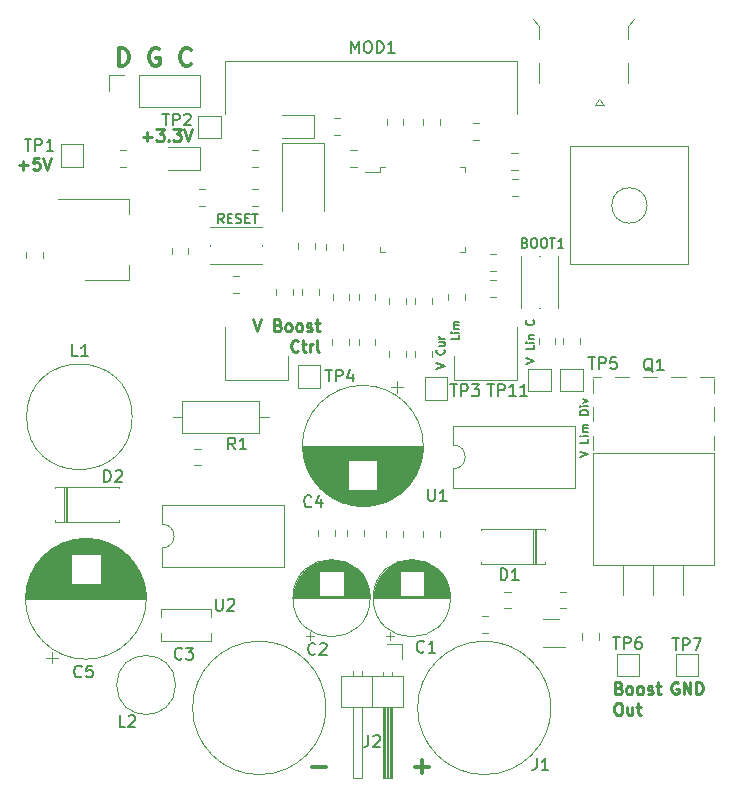
<source format=gbr>
G04 #@! TF.GenerationSoftware,KiCad,Pcbnew,(5.1.5-0-10_14)*
G04 #@! TF.CreationDate,2020-01-24T10:00:26-08:00*
G04 #@! TF.ProjectId,powersupply,706f7765-7273-4757-9070-6c792e6b6963,rev?*
G04 #@! TF.SameCoordinates,Original*
G04 #@! TF.FileFunction,Legend,Top*
G04 #@! TF.FilePolarity,Positive*
%FSLAX46Y46*%
G04 Gerber Fmt 4.6, Leading zero omitted, Abs format (unit mm)*
G04 Created by KiCad (PCBNEW (5.1.5-0-10_14)) date 2020-01-24 10:00:26*
%MOMM*%
%LPD*%
G04 APERTURE LIST*
%ADD10C,0.200000*%
%ADD11C,0.175000*%
%ADD12C,0.300000*%
%ADD13C,0.250000*%
%ADD14C,0.375000*%
%ADD15C,0.120000*%
%ADD16C,0.100000*%
%ADD17C,0.150000*%
G04 APERTURE END LIST*
D10*
X72383333Y-45767857D02*
X72497619Y-45805952D01*
X72535714Y-45844047D01*
X72573809Y-45920238D01*
X72573809Y-46034523D01*
X72535714Y-46110714D01*
X72497619Y-46148809D01*
X72421428Y-46186904D01*
X72116666Y-46186904D01*
X72116666Y-45386904D01*
X72383333Y-45386904D01*
X72459523Y-45425000D01*
X72497619Y-45463095D01*
X72535714Y-45539285D01*
X72535714Y-45615476D01*
X72497619Y-45691666D01*
X72459523Y-45729761D01*
X72383333Y-45767857D01*
X72116666Y-45767857D01*
X73069047Y-45386904D02*
X73221428Y-45386904D01*
X73297619Y-45425000D01*
X73373809Y-45501190D01*
X73411904Y-45653571D01*
X73411904Y-45920238D01*
X73373809Y-46072619D01*
X73297619Y-46148809D01*
X73221428Y-46186904D01*
X73069047Y-46186904D01*
X72992857Y-46148809D01*
X72916666Y-46072619D01*
X72878571Y-45920238D01*
X72878571Y-45653571D01*
X72916666Y-45501190D01*
X72992857Y-45425000D01*
X73069047Y-45386904D01*
X73907142Y-45386904D02*
X74059523Y-45386904D01*
X74135714Y-45425000D01*
X74211904Y-45501190D01*
X74250000Y-45653571D01*
X74250000Y-45920238D01*
X74211904Y-46072619D01*
X74135714Y-46148809D01*
X74059523Y-46186904D01*
X73907142Y-46186904D01*
X73830952Y-46148809D01*
X73754761Y-46072619D01*
X73716666Y-45920238D01*
X73716666Y-45653571D01*
X73754761Y-45501190D01*
X73830952Y-45425000D01*
X73907142Y-45386904D01*
X74478571Y-45386904D02*
X74935714Y-45386904D01*
X74707142Y-46186904D02*
X74707142Y-45386904D01*
X75621428Y-46186904D02*
X75164285Y-46186904D01*
X75392857Y-46186904D02*
X75392857Y-45386904D01*
X75316666Y-45501190D01*
X75240476Y-45577380D01*
X75164285Y-45615476D01*
X46863095Y-44086904D02*
X46596428Y-43705952D01*
X46405952Y-44086904D02*
X46405952Y-43286904D01*
X46710714Y-43286904D01*
X46786904Y-43325000D01*
X46825000Y-43363095D01*
X46863095Y-43439285D01*
X46863095Y-43553571D01*
X46825000Y-43629761D01*
X46786904Y-43667857D01*
X46710714Y-43705952D01*
X46405952Y-43705952D01*
X47205952Y-43667857D02*
X47472619Y-43667857D01*
X47586904Y-44086904D02*
X47205952Y-44086904D01*
X47205952Y-43286904D01*
X47586904Y-43286904D01*
X47891666Y-44048809D02*
X48005952Y-44086904D01*
X48196428Y-44086904D01*
X48272619Y-44048809D01*
X48310714Y-44010714D01*
X48348809Y-43934523D01*
X48348809Y-43858333D01*
X48310714Y-43782142D01*
X48272619Y-43744047D01*
X48196428Y-43705952D01*
X48044047Y-43667857D01*
X47967857Y-43629761D01*
X47929761Y-43591666D01*
X47891666Y-43515476D01*
X47891666Y-43439285D01*
X47929761Y-43363095D01*
X47967857Y-43325000D01*
X48044047Y-43286904D01*
X48234523Y-43286904D01*
X48348809Y-43325000D01*
X48691666Y-43667857D02*
X48958333Y-43667857D01*
X49072619Y-44086904D02*
X48691666Y-44086904D01*
X48691666Y-43286904D01*
X49072619Y-43286904D01*
X49301190Y-43286904D02*
X49758333Y-43286904D01*
X49529761Y-44086904D02*
X49529761Y-43286904D01*
D11*
X77016666Y-63913750D02*
X77716666Y-63680416D01*
X77016666Y-63447083D01*
X77716666Y-62347083D02*
X77716666Y-62680416D01*
X77016666Y-62680416D01*
X77716666Y-62113750D02*
X77250000Y-62113750D01*
X77016666Y-62113750D02*
X77050000Y-62147083D01*
X77083333Y-62113750D01*
X77050000Y-62080416D01*
X77016666Y-62113750D01*
X77083333Y-62113750D01*
X77716666Y-61780416D02*
X77250000Y-61780416D01*
X77316666Y-61780416D02*
X77283333Y-61747083D01*
X77250000Y-61680416D01*
X77250000Y-61580416D01*
X77283333Y-61513750D01*
X77350000Y-61480416D01*
X77716666Y-61480416D01*
X77350000Y-61480416D02*
X77283333Y-61447083D01*
X77250000Y-61380416D01*
X77250000Y-61280416D01*
X77283333Y-61213750D01*
X77350000Y-61180416D01*
X77716666Y-61180416D01*
X77716666Y-60313750D02*
X77016666Y-60313750D01*
X77016666Y-60147083D01*
X77050000Y-60047083D01*
X77116666Y-59980416D01*
X77183333Y-59947083D01*
X77316666Y-59913750D01*
X77416666Y-59913750D01*
X77550000Y-59947083D01*
X77616666Y-59980416D01*
X77683333Y-60047083D01*
X77716666Y-60147083D01*
X77716666Y-60313750D01*
X77716666Y-59613750D02*
X77250000Y-59613750D01*
X77016666Y-59613750D02*
X77050000Y-59647083D01*
X77083333Y-59613750D01*
X77050000Y-59580416D01*
X77016666Y-59613750D01*
X77083333Y-59613750D01*
X77250000Y-59347083D02*
X77716666Y-59180416D01*
X77250000Y-59013750D01*
X72466666Y-56008333D02*
X73166666Y-55775000D01*
X72466666Y-55541666D01*
X73166666Y-54441666D02*
X73166666Y-54775000D01*
X72466666Y-54775000D01*
X73166666Y-54208333D02*
X72700000Y-54208333D01*
X72466666Y-54208333D02*
X72500000Y-54241666D01*
X72533333Y-54208333D01*
X72500000Y-54175000D01*
X72466666Y-54208333D01*
X72533333Y-54208333D01*
X72700000Y-53875000D02*
X73166666Y-53875000D01*
X72766666Y-53875000D02*
X72733333Y-53841666D01*
X72700000Y-53775000D01*
X72700000Y-53675000D01*
X72733333Y-53608333D01*
X72800000Y-53575000D01*
X73166666Y-53575000D01*
X73100000Y-52308333D02*
X73133333Y-52341666D01*
X73166666Y-52441666D01*
X73166666Y-52508333D01*
X73133333Y-52608333D01*
X73066666Y-52675000D01*
X73000000Y-52708333D01*
X72866666Y-52741666D01*
X72766666Y-52741666D01*
X72633333Y-52708333D01*
X72566666Y-52675000D01*
X72500000Y-52608333D01*
X72466666Y-52508333D01*
X72466666Y-52441666D01*
X72500000Y-52341666D01*
X72533333Y-52308333D01*
D12*
X37964285Y-30778571D02*
X37964285Y-29278571D01*
X38321428Y-29278571D01*
X38535714Y-29350000D01*
X38678571Y-29492857D01*
X38750000Y-29635714D01*
X38821428Y-29921428D01*
X38821428Y-30135714D01*
X38750000Y-30421428D01*
X38678571Y-30564285D01*
X38535714Y-30707142D01*
X38321428Y-30778571D01*
X37964285Y-30778571D01*
X41392857Y-29350000D02*
X41250000Y-29278571D01*
X41035714Y-29278571D01*
X40821428Y-29350000D01*
X40678571Y-29492857D01*
X40607142Y-29635714D01*
X40535714Y-29921428D01*
X40535714Y-30135714D01*
X40607142Y-30421428D01*
X40678571Y-30564285D01*
X40821428Y-30707142D01*
X41035714Y-30778571D01*
X41178571Y-30778571D01*
X41392857Y-30707142D01*
X41464285Y-30635714D01*
X41464285Y-30135714D01*
X41178571Y-30135714D01*
X44107142Y-30635714D02*
X44035714Y-30707142D01*
X43821428Y-30778571D01*
X43678571Y-30778571D01*
X43464285Y-30707142D01*
X43321428Y-30564285D01*
X43250000Y-30421428D01*
X43178571Y-30135714D01*
X43178571Y-29921428D01*
X43250000Y-29635714D01*
X43321428Y-29492857D01*
X43464285Y-29350000D01*
X43678571Y-29278571D01*
X43821428Y-29278571D01*
X44035714Y-29350000D01*
X44107142Y-29421428D01*
D13*
X49373214Y-52252380D02*
X49706547Y-53252380D01*
X50039880Y-52252380D01*
X51468452Y-52728571D02*
X51611309Y-52776190D01*
X51658928Y-52823809D01*
X51706547Y-52919047D01*
X51706547Y-53061904D01*
X51658928Y-53157142D01*
X51611309Y-53204761D01*
X51516071Y-53252380D01*
X51135119Y-53252380D01*
X51135119Y-52252380D01*
X51468452Y-52252380D01*
X51563690Y-52300000D01*
X51611309Y-52347619D01*
X51658928Y-52442857D01*
X51658928Y-52538095D01*
X51611309Y-52633333D01*
X51563690Y-52680952D01*
X51468452Y-52728571D01*
X51135119Y-52728571D01*
X52277976Y-53252380D02*
X52182738Y-53204761D01*
X52135119Y-53157142D01*
X52087500Y-53061904D01*
X52087500Y-52776190D01*
X52135119Y-52680952D01*
X52182738Y-52633333D01*
X52277976Y-52585714D01*
X52420833Y-52585714D01*
X52516071Y-52633333D01*
X52563690Y-52680952D01*
X52611309Y-52776190D01*
X52611309Y-53061904D01*
X52563690Y-53157142D01*
X52516071Y-53204761D01*
X52420833Y-53252380D01*
X52277976Y-53252380D01*
X53182738Y-53252380D02*
X53087500Y-53204761D01*
X53039880Y-53157142D01*
X52992261Y-53061904D01*
X52992261Y-52776190D01*
X53039880Y-52680952D01*
X53087500Y-52633333D01*
X53182738Y-52585714D01*
X53325595Y-52585714D01*
X53420833Y-52633333D01*
X53468452Y-52680952D01*
X53516071Y-52776190D01*
X53516071Y-53061904D01*
X53468452Y-53157142D01*
X53420833Y-53204761D01*
X53325595Y-53252380D01*
X53182738Y-53252380D01*
X53897023Y-53204761D02*
X53992261Y-53252380D01*
X54182738Y-53252380D01*
X54277976Y-53204761D01*
X54325595Y-53109523D01*
X54325595Y-53061904D01*
X54277976Y-52966666D01*
X54182738Y-52919047D01*
X54039880Y-52919047D01*
X53944642Y-52871428D01*
X53897023Y-52776190D01*
X53897023Y-52728571D01*
X53944642Y-52633333D01*
X54039880Y-52585714D01*
X54182738Y-52585714D01*
X54277976Y-52633333D01*
X54611309Y-52585714D02*
X54992261Y-52585714D01*
X54754166Y-52252380D02*
X54754166Y-53109523D01*
X54801785Y-53204761D01*
X54897023Y-53252380D01*
X54992261Y-53252380D01*
X53182738Y-54907142D02*
X53135119Y-54954761D01*
X52992261Y-55002380D01*
X52897023Y-55002380D01*
X52754166Y-54954761D01*
X52658928Y-54859523D01*
X52611309Y-54764285D01*
X52563690Y-54573809D01*
X52563690Y-54430952D01*
X52611309Y-54240476D01*
X52658928Y-54145238D01*
X52754166Y-54050000D01*
X52897023Y-54002380D01*
X52992261Y-54002380D01*
X53135119Y-54050000D01*
X53182738Y-54097619D01*
X53468452Y-54335714D02*
X53849404Y-54335714D01*
X53611309Y-54002380D02*
X53611309Y-54859523D01*
X53658928Y-54954761D01*
X53754166Y-55002380D01*
X53849404Y-55002380D01*
X54182738Y-55002380D02*
X54182738Y-54335714D01*
X54182738Y-54526190D02*
X54230357Y-54430952D01*
X54277976Y-54383333D01*
X54373214Y-54335714D01*
X54468452Y-54335714D01*
X54944642Y-55002380D02*
X54849404Y-54954761D01*
X54801785Y-54859523D01*
X54801785Y-54002380D01*
D14*
X54348571Y-90177142D02*
X55491428Y-90177142D01*
X63078571Y-90107142D02*
X64221428Y-90107142D01*
X63650000Y-90678571D02*
X63650000Y-89535714D01*
D13*
X29531976Y-39187428D02*
X30293880Y-39187428D01*
X29912928Y-39568380D02*
X29912928Y-38806476D01*
X31246261Y-38568380D02*
X30770071Y-38568380D01*
X30722452Y-39044571D01*
X30770071Y-38996952D01*
X30865309Y-38949333D01*
X31103404Y-38949333D01*
X31198642Y-38996952D01*
X31246261Y-39044571D01*
X31293880Y-39139809D01*
X31293880Y-39377904D01*
X31246261Y-39473142D01*
X31198642Y-39520761D01*
X31103404Y-39568380D01*
X30865309Y-39568380D01*
X30770071Y-39520761D01*
X30722452Y-39473142D01*
X31579595Y-38568380D02*
X31912928Y-39568380D01*
X32246261Y-38568380D01*
D11*
X64879166Y-56433333D02*
X65579166Y-56200000D01*
X64879166Y-55966666D01*
X65512500Y-54800000D02*
X65545833Y-54833333D01*
X65579166Y-54933333D01*
X65579166Y-55000000D01*
X65545833Y-55100000D01*
X65479166Y-55166666D01*
X65412500Y-55200000D01*
X65279166Y-55233333D01*
X65179166Y-55233333D01*
X65045833Y-55200000D01*
X64979166Y-55166666D01*
X64912500Y-55100000D01*
X64879166Y-55000000D01*
X64879166Y-54933333D01*
X64912500Y-54833333D01*
X64945833Y-54800000D01*
X65112500Y-54200000D02*
X65579166Y-54200000D01*
X65112500Y-54500000D02*
X65479166Y-54500000D01*
X65545833Y-54466666D01*
X65579166Y-54400000D01*
X65579166Y-54300000D01*
X65545833Y-54233333D01*
X65512500Y-54200000D01*
X65579166Y-53866666D02*
X65112500Y-53866666D01*
X65245833Y-53866666D02*
X65179166Y-53833333D01*
X65145833Y-53800000D01*
X65112500Y-53733333D01*
X65112500Y-53666666D01*
X66804166Y-53600000D02*
X66804166Y-53933333D01*
X66104166Y-53933333D01*
X66804166Y-53366666D02*
X66337500Y-53366666D01*
X66104166Y-53366666D02*
X66137500Y-53400000D01*
X66170833Y-53366666D01*
X66137500Y-53333333D01*
X66104166Y-53366666D01*
X66170833Y-53366666D01*
X66804166Y-53033333D02*
X66337500Y-53033333D01*
X66404166Y-53033333D02*
X66370833Y-53000000D01*
X66337500Y-52933333D01*
X66337500Y-52833333D01*
X66370833Y-52766666D01*
X66437500Y-52733333D01*
X66804166Y-52733333D01*
X66437500Y-52733333D02*
X66370833Y-52700000D01*
X66337500Y-52633333D01*
X66337500Y-52533333D01*
X66370833Y-52466666D01*
X66437500Y-52433333D01*
X66804166Y-52433333D01*
D13*
X40025000Y-36771428D02*
X40786904Y-36771428D01*
X40405952Y-37152380D02*
X40405952Y-36390476D01*
X41167857Y-36152380D02*
X41786904Y-36152380D01*
X41453571Y-36533333D01*
X41596428Y-36533333D01*
X41691666Y-36580952D01*
X41739285Y-36628571D01*
X41786904Y-36723809D01*
X41786904Y-36961904D01*
X41739285Y-37057142D01*
X41691666Y-37104761D01*
X41596428Y-37152380D01*
X41310714Y-37152380D01*
X41215476Y-37104761D01*
X41167857Y-37057142D01*
X42215476Y-37057142D02*
X42263095Y-37104761D01*
X42215476Y-37152380D01*
X42167857Y-37104761D01*
X42215476Y-37057142D01*
X42215476Y-37152380D01*
X42596428Y-36152380D02*
X43215476Y-36152380D01*
X42882142Y-36533333D01*
X43025000Y-36533333D01*
X43120238Y-36580952D01*
X43167857Y-36628571D01*
X43215476Y-36723809D01*
X43215476Y-36961904D01*
X43167857Y-37057142D01*
X43120238Y-37104761D01*
X43025000Y-37152380D01*
X42739285Y-37152380D01*
X42644047Y-37104761D01*
X42596428Y-37057142D01*
X43501190Y-36152380D02*
X43834523Y-37152380D01*
X44167857Y-36152380D01*
X80333928Y-83453571D02*
X80476785Y-83501190D01*
X80524404Y-83548809D01*
X80572023Y-83644047D01*
X80572023Y-83786904D01*
X80524404Y-83882142D01*
X80476785Y-83929761D01*
X80381547Y-83977380D01*
X80000595Y-83977380D01*
X80000595Y-82977380D01*
X80333928Y-82977380D01*
X80429166Y-83025000D01*
X80476785Y-83072619D01*
X80524404Y-83167857D01*
X80524404Y-83263095D01*
X80476785Y-83358333D01*
X80429166Y-83405952D01*
X80333928Y-83453571D01*
X80000595Y-83453571D01*
X81143452Y-83977380D02*
X81048214Y-83929761D01*
X81000595Y-83882142D01*
X80952976Y-83786904D01*
X80952976Y-83501190D01*
X81000595Y-83405952D01*
X81048214Y-83358333D01*
X81143452Y-83310714D01*
X81286309Y-83310714D01*
X81381547Y-83358333D01*
X81429166Y-83405952D01*
X81476785Y-83501190D01*
X81476785Y-83786904D01*
X81429166Y-83882142D01*
X81381547Y-83929761D01*
X81286309Y-83977380D01*
X81143452Y-83977380D01*
X82048214Y-83977380D02*
X81952976Y-83929761D01*
X81905357Y-83882142D01*
X81857738Y-83786904D01*
X81857738Y-83501190D01*
X81905357Y-83405952D01*
X81952976Y-83358333D01*
X82048214Y-83310714D01*
X82191071Y-83310714D01*
X82286309Y-83358333D01*
X82333928Y-83405952D01*
X82381547Y-83501190D01*
X82381547Y-83786904D01*
X82333928Y-83882142D01*
X82286309Y-83929761D01*
X82191071Y-83977380D01*
X82048214Y-83977380D01*
X82762500Y-83929761D02*
X82857738Y-83977380D01*
X83048214Y-83977380D01*
X83143452Y-83929761D01*
X83191071Y-83834523D01*
X83191071Y-83786904D01*
X83143452Y-83691666D01*
X83048214Y-83644047D01*
X82905357Y-83644047D01*
X82810119Y-83596428D01*
X82762500Y-83501190D01*
X82762500Y-83453571D01*
X82810119Y-83358333D01*
X82905357Y-83310714D01*
X83048214Y-83310714D01*
X83143452Y-83358333D01*
X83476785Y-83310714D02*
X83857738Y-83310714D01*
X83619642Y-82977380D02*
X83619642Y-83834523D01*
X83667261Y-83929761D01*
X83762500Y-83977380D01*
X83857738Y-83977380D01*
X80191071Y-84727380D02*
X80381547Y-84727380D01*
X80476785Y-84775000D01*
X80572023Y-84870238D01*
X80619642Y-85060714D01*
X80619642Y-85394047D01*
X80572023Y-85584523D01*
X80476785Y-85679761D01*
X80381547Y-85727380D01*
X80191071Y-85727380D01*
X80095833Y-85679761D01*
X80000595Y-85584523D01*
X79952976Y-85394047D01*
X79952976Y-85060714D01*
X80000595Y-84870238D01*
X80095833Y-84775000D01*
X80191071Y-84727380D01*
X81476785Y-85060714D02*
X81476785Y-85727380D01*
X81048214Y-85060714D02*
X81048214Y-85584523D01*
X81095833Y-85679761D01*
X81191071Y-85727380D01*
X81333928Y-85727380D01*
X81429166Y-85679761D01*
X81476785Y-85632142D01*
X81810119Y-85060714D02*
X82191071Y-85060714D01*
X81952976Y-84727380D02*
X81952976Y-85584523D01*
X82000595Y-85679761D01*
X82095833Y-85727380D01*
X82191071Y-85727380D01*
X85338095Y-83000000D02*
X85242857Y-82952380D01*
X85100000Y-82952380D01*
X84957142Y-83000000D01*
X84861904Y-83095238D01*
X84814285Y-83190476D01*
X84766666Y-83380952D01*
X84766666Y-83523809D01*
X84814285Y-83714285D01*
X84861904Y-83809523D01*
X84957142Y-83904761D01*
X85100000Y-83952380D01*
X85195238Y-83952380D01*
X85338095Y-83904761D01*
X85385714Y-83857142D01*
X85385714Y-83523809D01*
X85195238Y-83523809D01*
X85814285Y-83952380D02*
X85814285Y-82952380D01*
X86385714Y-83952380D01*
X86385714Y-82952380D01*
X86861904Y-83952380D02*
X86861904Y-82952380D01*
X87100000Y-82952380D01*
X87242857Y-83000000D01*
X87338095Y-83095238D01*
X87385714Y-83190476D01*
X87433333Y-83380952D01*
X87433333Y-83523809D01*
X87385714Y-83714285D01*
X87338095Y-83809523D01*
X87242857Y-83904761D01*
X87100000Y-83952380D01*
X86861904Y-83952380D01*
D15*
X75858578Y-75290000D02*
X75341422Y-75290000D01*
X75858578Y-76710000D02*
X75341422Y-76710000D01*
X74550000Y-56450000D02*
X74550000Y-58350000D01*
X72650000Y-56450000D02*
X74550000Y-56450000D01*
X72650000Y-58350000D02*
X72650000Y-56450000D01*
X74550000Y-58350000D02*
X72650000Y-58350000D01*
X85150000Y-82450000D02*
X85150000Y-80550000D01*
X87050000Y-82450000D02*
X85150000Y-82450000D01*
X87050000Y-80550000D02*
X87050000Y-82450000D01*
X85150000Y-80550000D02*
X87050000Y-80550000D01*
X80150000Y-82450000D02*
X80150000Y-80550000D01*
X82050000Y-82450000D02*
X80150000Y-82450000D01*
X82050000Y-80550000D02*
X82050000Y-82450000D01*
X80150000Y-80550000D02*
X82050000Y-80550000D01*
X75350000Y-58350000D02*
X75350000Y-56450000D01*
X77250000Y-58350000D02*
X75350000Y-58350000D01*
X77250000Y-56450000D02*
X77250000Y-58350000D01*
X75350000Y-56450000D02*
X77250000Y-56450000D01*
X53150000Y-58050000D02*
X53150000Y-56150000D01*
X55050000Y-58050000D02*
X53150000Y-58050000D01*
X55050000Y-56150000D02*
X55050000Y-58050000D01*
X53150000Y-56150000D02*
X55050000Y-56150000D01*
X63900000Y-59050000D02*
X63900000Y-57150000D01*
X65800000Y-59050000D02*
X63900000Y-59050000D01*
X65800000Y-57150000D02*
X65800000Y-59050000D01*
X63900000Y-57150000D02*
X65800000Y-57150000D01*
X46625000Y-35025000D02*
X46625000Y-36925000D01*
X44725000Y-35025000D02*
X46625000Y-35025000D01*
X44725000Y-36925000D02*
X44725000Y-35025000D01*
X46625000Y-36925000D02*
X44725000Y-36925000D01*
X33086000Y-39304000D02*
X33086000Y-37404000D01*
X34986000Y-39304000D02*
X33086000Y-39304000D01*
X34986000Y-37404000D02*
X34986000Y-39304000D01*
X33086000Y-37404000D02*
X34986000Y-37404000D01*
X71695000Y-30350000D02*
X46995000Y-30350000D01*
X71695000Y-30350000D02*
X71695000Y-34850000D01*
X46995000Y-30350000D02*
X46995000Y-34850000D01*
X52345000Y-57350000D02*
X52345000Y-55350000D01*
X66345000Y-55350000D02*
X66345000Y-57350000D01*
X66345000Y-57350000D02*
X71715000Y-57350000D01*
X52345000Y-57350000D02*
X46995000Y-57350000D01*
X46975000Y-57350000D02*
X46975000Y-52850000D01*
X71715000Y-57350000D02*
X71715000Y-52850000D01*
X56758578Y-35190000D02*
X56241422Y-35190000D01*
X56758578Y-36610000D02*
X56241422Y-36610000D01*
X54485000Y-34940000D02*
X51800000Y-34940000D01*
X54485000Y-36860000D02*
X54485000Y-34940000D01*
X51800000Y-36860000D02*
X54485000Y-36860000D01*
X73550000Y-46900000D02*
X73650000Y-46900000D01*
X75150000Y-51300000D02*
X75150000Y-46900000D01*
X72050000Y-46900000D02*
X72050000Y-51300000D01*
X73550000Y-51300000D02*
X73650000Y-51300000D01*
X80720000Y-75550000D02*
X80720000Y-73010000D01*
X83260000Y-75550000D02*
X83260000Y-73010000D01*
X85800000Y-75550000D02*
X85800000Y-73010000D01*
X78140000Y-58480000D02*
X78140000Y-57280000D01*
X78140000Y-60880000D02*
X78140000Y-59680000D01*
X78140000Y-63280000D02*
X78140000Y-62080000D01*
X88380000Y-58480000D02*
X88380000Y-57280000D01*
X88380000Y-60880000D02*
X88380000Y-59680000D01*
X88380000Y-63280000D02*
X88380000Y-62080000D01*
X78780000Y-57120000D02*
X78140000Y-57120000D01*
X81180000Y-57120000D02*
X79980000Y-57120000D01*
X83580000Y-57120000D02*
X82380000Y-57120000D01*
X85981000Y-57120000D02*
X84780000Y-57120000D01*
X88380000Y-57120000D02*
X87180000Y-57120000D01*
X78140000Y-73010000D02*
X78140000Y-63520000D01*
X88380000Y-73010000D02*
X88380000Y-63520000D01*
X88380000Y-63520000D02*
X78140000Y-63520000D01*
X88380000Y-73010000D02*
X78140000Y-73010000D01*
X67310000Y-50091422D02*
X67310000Y-50608578D01*
X65890000Y-50091422D02*
X65890000Y-50608578D01*
D16*
X86220000Y-37600000D02*
X86220000Y-47600000D01*
X86220000Y-47600000D02*
X76220000Y-47600000D01*
X76220000Y-47600000D02*
X76220000Y-37600000D01*
X76220000Y-37600000D02*
X86220000Y-37600000D01*
X82720000Y-42600000D02*
G75*
G03X82720000Y-42600000I-1500000J0D01*
G01*
D15*
X48161252Y-48590000D02*
X47638748Y-48590000D01*
X48161252Y-50010000D02*
X47638748Y-50010000D01*
X44865000Y-37648000D02*
X42180000Y-37648000D01*
X44865000Y-39568000D02*
X44865000Y-37648000D01*
X42180000Y-39568000D02*
X44865000Y-39568000D01*
X38095422Y-39318000D02*
X38612578Y-39318000D01*
X38095422Y-37898000D02*
X38612578Y-37898000D01*
X37120000Y-32900000D02*
X37120000Y-31570000D01*
X37120000Y-31570000D02*
X38450000Y-31570000D01*
X39720000Y-31570000D02*
X44860000Y-31570000D01*
X44860000Y-34230000D02*
X44860000Y-31570000D01*
X39720000Y-34230000D02*
X44860000Y-34230000D01*
X39720000Y-34230000D02*
X39720000Y-31570000D01*
X68741422Y-78810000D02*
X69258578Y-78810000D01*
X68741422Y-77390000D02*
X69258578Y-77390000D01*
X69441422Y-50310000D02*
X69958578Y-50310000D01*
X69441422Y-48890000D02*
X69958578Y-48890000D01*
X60670000Y-35271422D02*
X60670000Y-35788578D01*
X62090000Y-35271422D02*
X62090000Y-35788578D01*
X55570000Y-45831422D02*
X55570000Y-46348578D01*
X56990000Y-45831422D02*
X56990000Y-46348578D01*
X53190000Y-45781422D02*
X53190000Y-46298578D01*
X54610000Y-45781422D02*
X54610000Y-46298578D01*
X57603922Y-39310000D02*
X58121078Y-39310000D01*
X57603922Y-37890000D02*
X58121078Y-37890000D01*
X71748578Y-38190000D02*
X71231422Y-38190000D01*
X71748578Y-39610000D02*
X71231422Y-39610000D01*
X69441422Y-48140000D02*
X69958578Y-48140000D01*
X69441422Y-46720000D02*
X69958578Y-46720000D01*
X51794000Y-37336000D02*
X51794000Y-43086000D01*
X55394000Y-37336000D02*
X51794000Y-37336000D01*
X55394000Y-43086000D02*
X55394000Y-37336000D01*
X50130000Y-45960000D02*
X50130000Y-46060000D01*
X45730000Y-47560000D02*
X50130000Y-47560000D01*
X50130000Y-44460000D02*
X45730000Y-44460000D01*
X45730000Y-45960000D02*
X45730000Y-46060000D01*
X71758578Y-40390000D02*
X71241422Y-40390000D01*
X71758578Y-41810000D02*
X71241422Y-41810000D01*
X64510000Y-50958578D02*
X64510000Y-50441422D01*
X63090000Y-50958578D02*
X63090000Y-50441422D01*
X60890000Y-50441422D02*
X60890000Y-50958578D01*
X62310000Y-50441422D02*
X62310000Y-50958578D01*
X58290000Y-50091422D02*
X58290000Y-50608578D01*
X59710000Y-50091422D02*
X59710000Y-50608578D01*
X62310000Y-55408578D02*
X62310000Y-54891422D01*
X60890000Y-55408578D02*
X60890000Y-54891422D01*
X54910000Y-50208578D02*
X54910000Y-49691422D01*
X53490000Y-50208578D02*
X53490000Y-49691422D01*
X49788578Y-41200000D02*
X49271422Y-41200000D01*
X49788578Y-42620000D02*
X49271422Y-42620000D01*
X49788578Y-37898000D02*
X49271422Y-37898000D01*
X49788578Y-39318000D02*
X49271422Y-39318000D01*
X45295078Y-41200000D02*
X44777922Y-41200000D01*
X45295078Y-42620000D02*
X44777922Y-42620000D01*
X52760000Y-50208578D02*
X52760000Y-49691422D01*
X51340000Y-50208578D02*
X51340000Y-49691422D01*
X57510000Y-50608578D02*
X57510000Y-50091422D01*
X56090000Y-50608578D02*
X56090000Y-50091422D01*
X64510000Y-55408578D02*
X64510000Y-54891422D01*
X63090000Y-55408578D02*
X63090000Y-54891422D01*
X60100000Y-39790000D02*
X58810000Y-39790000D01*
X60100000Y-39340000D02*
X60100000Y-39790000D01*
X60550000Y-39340000D02*
X60100000Y-39340000D01*
X67320000Y-39340000D02*
X67320000Y-39790000D01*
X66870000Y-39340000D02*
X67320000Y-39340000D01*
X60100000Y-46560000D02*
X60100000Y-46110000D01*
X60550000Y-46560000D02*
X60100000Y-46560000D01*
X67320000Y-46560000D02*
X67320000Y-46110000D01*
X66870000Y-46560000D02*
X67320000Y-46560000D01*
X60646000Y-79035241D02*
X61276000Y-79035241D01*
X60961000Y-79350241D02*
X60961000Y-78720241D01*
X62398000Y-72609000D02*
X63202000Y-72609000D01*
X62167000Y-72649000D02*
X63433000Y-72649000D01*
X61998000Y-72689000D02*
X63602000Y-72689000D01*
X61860000Y-72729000D02*
X63740000Y-72729000D01*
X61741000Y-72769000D02*
X63859000Y-72769000D01*
X61635000Y-72809000D02*
X63965000Y-72809000D01*
X61538000Y-72849000D02*
X64062000Y-72849000D01*
X61450000Y-72889000D02*
X64150000Y-72889000D01*
X61368000Y-72929000D02*
X64232000Y-72929000D01*
X61291000Y-72969000D02*
X64309000Y-72969000D01*
X61219000Y-73009000D02*
X64381000Y-73009000D01*
X61150000Y-73049000D02*
X64450000Y-73049000D01*
X61086000Y-73089000D02*
X64514000Y-73089000D01*
X61024000Y-73129000D02*
X64576000Y-73129000D01*
X60966000Y-73169000D02*
X64634000Y-73169000D01*
X60910000Y-73209000D02*
X64690000Y-73209000D01*
X60856000Y-73249000D02*
X64744000Y-73249000D01*
X60805000Y-73289000D02*
X64795000Y-73289000D01*
X60756000Y-73329000D02*
X64844000Y-73329000D01*
X60708000Y-73369000D02*
X64892000Y-73369000D01*
X60663000Y-73409000D02*
X64937000Y-73409000D01*
X60618000Y-73449000D02*
X64982000Y-73449000D01*
X60576000Y-73489000D02*
X65024000Y-73489000D01*
X60535000Y-73529000D02*
X65065000Y-73529000D01*
X63840000Y-73569000D02*
X65105000Y-73569000D01*
X60495000Y-73569000D02*
X61760000Y-73569000D01*
X63840000Y-73609000D02*
X65143000Y-73609000D01*
X60457000Y-73609000D02*
X61760000Y-73609000D01*
X63840000Y-73649000D02*
X65180000Y-73649000D01*
X60420000Y-73649000D02*
X61760000Y-73649000D01*
X63840000Y-73689000D02*
X65216000Y-73689000D01*
X60384000Y-73689000D02*
X61760000Y-73689000D01*
X63840000Y-73729000D02*
X65250000Y-73729000D01*
X60350000Y-73729000D02*
X61760000Y-73729000D01*
X63840000Y-73769000D02*
X65284000Y-73769000D01*
X60316000Y-73769000D02*
X61760000Y-73769000D01*
X63840000Y-73809000D02*
X65316000Y-73809000D01*
X60284000Y-73809000D02*
X61760000Y-73809000D01*
X63840000Y-73849000D02*
X65348000Y-73849000D01*
X60252000Y-73849000D02*
X61760000Y-73849000D01*
X63840000Y-73889000D02*
X65378000Y-73889000D01*
X60222000Y-73889000D02*
X61760000Y-73889000D01*
X63840000Y-73929000D02*
X65407000Y-73929000D01*
X60193000Y-73929000D02*
X61760000Y-73929000D01*
X63840000Y-73969000D02*
X65436000Y-73969000D01*
X60164000Y-73969000D02*
X61760000Y-73969000D01*
X63840000Y-74009000D02*
X65464000Y-74009000D01*
X60136000Y-74009000D02*
X61760000Y-74009000D01*
X63840000Y-74049000D02*
X65490000Y-74049000D01*
X60110000Y-74049000D02*
X61760000Y-74049000D01*
X63840000Y-74089000D02*
X65516000Y-74089000D01*
X60084000Y-74089000D02*
X61760000Y-74089000D01*
X63840000Y-74129000D02*
X65542000Y-74129000D01*
X60058000Y-74129000D02*
X61760000Y-74129000D01*
X63840000Y-74169000D02*
X65566000Y-74169000D01*
X60034000Y-74169000D02*
X61760000Y-74169000D01*
X63840000Y-74209000D02*
X65590000Y-74209000D01*
X60010000Y-74209000D02*
X61760000Y-74209000D01*
X63840000Y-74249000D02*
X65612000Y-74249000D01*
X59988000Y-74249000D02*
X61760000Y-74249000D01*
X63840000Y-74289000D02*
X65634000Y-74289000D01*
X59966000Y-74289000D02*
X61760000Y-74289000D01*
X63840000Y-74329000D02*
X65656000Y-74329000D01*
X59944000Y-74329000D02*
X61760000Y-74329000D01*
X63840000Y-74369000D02*
X65676000Y-74369000D01*
X59924000Y-74369000D02*
X61760000Y-74369000D01*
X63840000Y-74409000D02*
X65696000Y-74409000D01*
X59904000Y-74409000D02*
X61760000Y-74409000D01*
X63840000Y-74449000D02*
X65716000Y-74449000D01*
X59884000Y-74449000D02*
X61760000Y-74449000D01*
X63840000Y-74489000D02*
X65734000Y-74489000D01*
X59866000Y-74489000D02*
X61760000Y-74489000D01*
X63840000Y-74529000D02*
X65752000Y-74529000D01*
X59848000Y-74529000D02*
X61760000Y-74529000D01*
X63840000Y-74569000D02*
X65770000Y-74569000D01*
X59830000Y-74569000D02*
X61760000Y-74569000D01*
X63840000Y-74609000D02*
X65786000Y-74609000D01*
X59814000Y-74609000D02*
X61760000Y-74609000D01*
X63840000Y-74649000D02*
X65802000Y-74649000D01*
X59798000Y-74649000D02*
X61760000Y-74649000D01*
X63840000Y-74689000D02*
X65818000Y-74689000D01*
X59782000Y-74689000D02*
X61760000Y-74689000D01*
X63840000Y-74729000D02*
X65833000Y-74729000D01*
X59767000Y-74729000D02*
X61760000Y-74729000D01*
X63840000Y-74769000D02*
X65847000Y-74769000D01*
X59753000Y-74769000D02*
X61760000Y-74769000D01*
X63840000Y-74809000D02*
X65861000Y-74809000D01*
X59739000Y-74809000D02*
X61760000Y-74809000D01*
X63840000Y-74849000D02*
X65874000Y-74849000D01*
X59726000Y-74849000D02*
X61760000Y-74849000D01*
X63840000Y-74889000D02*
X65886000Y-74889000D01*
X59714000Y-74889000D02*
X61760000Y-74889000D01*
X63840000Y-74929000D02*
X65898000Y-74929000D01*
X59702000Y-74929000D02*
X61760000Y-74929000D01*
X63840000Y-74969000D02*
X65910000Y-74969000D01*
X59690000Y-74969000D02*
X61760000Y-74969000D01*
X63840000Y-75009000D02*
X65921000Y-75009000D01*
X59679000Y-75009000D02*
X61760000Y-75009000D01*
X63840000Y-75049000D02*
X65931000Y-75049000D01*
X59669000Y-75049000D02*
X61760000Y-75049000D01*
X63840000Y-75089000D02*
X65941000Y-75089000D01*
X59659000Y-75089000D02*
X61760000Y-75089000D01*
X63840000Y-75129000D02*
X65950000Y-75129000D01*
X59650000Y-75129000D02*
X61760000Y-75129000D01*
X63840000Y-75170000D02*
X65959000Y-75170000D01*
X59641000Y-75170000D02*
X61760000Y-75170000D01*
X63840000Y-75210000D02*
X65967000Y-75210000D01*
X59633000Y-75210000D02*
X61760000Y-75210000D01*
X63840000Y-75250000D02*
X65975000Y-75250000D01*
X59625000Y-75250000D02*
X61760000Y-75250000D01*
X63840000Y-75290000D02*
X65982000Y-75290000D01*
X59618000Y-75290000D02*
X61760000Y-75290000D01*
X63840000Y-75330000D02*
X65989000Y-75330000D01*
X59611000Y-75330000D02*
X61760000Y-75330000D01*
X63840000Y-75370000D02*
X65995000Y-75370000D01*
X59605000Y-75370000D02*
X61760000Y-75370000D01*
X63840000Y-75410000D02*
X66001000Y-75410000D01*
X59599000Y-75410000D02*
X61760000Y-75410000D01*
X63840000Y-75450000D02*
X66006000Y-75450000D01*
X59594000Y-75450000D02*
X61760000Y-75450000D01*
X63840000Y-75490000D02*
X66011000Y-75490000D01*
X59589000Y-75490000D02*
X61760000Y-75490000D01*
X63840000Y-75530000D02*
X66015000Y-75530000D01*
X59585000Y-75530000D02*
X61760000Y-75530000D01*
X63840000Y-75570000D02*
X66018000Y-75570000D01*
X59582000Y-75570000D02*
X61760000Y-75570000D01*
X63840000Y-75610000D02*
X66022000Y-75610000D01*
X59578000Y-75610000D02*
X61760000Y-75610000D01*
X59576000Y-75650000D02*
X66024000Y-75650000D01*
X59573000Y-75690000D02*
X66027000Y-75690000D01*
X59572000Y-75730000D02*
X66028000Y-75730000D01*
X59570000Y-75770000D02*
X66030000Y-75770000D01*
X59570000Y-75810000D02*
X66030000Y-75810000D01*
X59570000Y-75850000D02*
X66030000Y-75850000D01*
X66070000Y-75850000D02*
G75*
G03X66070000Y-75850000I-3270000J0D01*
G01*
X31825000Y-80879646D02*
X32825000Y-80879646D01*
X32325000Y-81379646D02*
X32325000Y-80379646D01*
X34601000Y-70819000D02*
X35799000Y-70819000D01*
X34338000Y-70859000D02*
X36062000Y-70859000D01*
X34138000Y-70899000D02*
X36262000Y-70899000D01*
X33970000Y-70939000D02*
X36430000Y-70939000D01*
X33822000Y-70979000D02*
X36578000Y-70979000D01*
X33690000Y-71019000D02*
X36710000Y-71019000D01*
X33570000Y-71059000D02*
X36830000Y-71059000D01*
X33458000Y-71099000D02*
X36942000Y-71099000D01*
X33354000Y-71139000D02*
X37046000Y-71139000D01*
X33256000Y-71179000D02*
X37144000Y-71179000D01*
X33163000Y-71219000D02*
X37237000Y-71219000D01*
X33075000Y-71259000D02*
X37325000Y-71259000D01*
X32991000Y-71299000D02*
X37409000Y-71299000D01*
X32911000Y-71339000D02*
X37489000Y-71339000D01*
X32835000Y-71379000D02*
X37565000Y-71379000D01*
X32761000Y-71419000D02*
X37639000Y-71419000D01*
X32690000Y-71459000D02*
X37710000Y-71459000D01*
X32621000Y-71499000D02*
X37779000Y-71499000D01*
X32555000Y-71539000D02*
X37845000Y-71539000D01*
X32491000Y-71579000D02*
X37909000Y-71579000D01*
X32430000Y-71619000D02*
X37970000Y-71619000D01*
X32370000Y-71659000D02*
X38030000Y-71659000D01*
X32311000Y-71699000D02*
X38089000Y-71699000D01*
X32255000Y-71739000D02*
X38145000Y-71739000D01*
X32200000Y-71779000D02*
X38200000Y-71779000D01*
X32146000Y-71819000D02*
X38254000Y-71819000D01*
X32094000Y-71859000D02*
X38306000Y-71859000D01*
X32044000Y-71899000D02*
X38356000Y-71899000D01*
X31994000Y-71939000D02*
X38406000Y-71939000D01*
X31946000Y-71979000D02*
X38454000Y-71979000D01*
X31899000Y-72019000D02*
X38501000Y-72019000D01*
X31853000Y-72059000D02*
X38547000Y-72059000D01*
X31808000Y-72099000D02*
X38592000Y-72099000D01*
X31764000Y-72139000D02*
X38636000Y-72139000D01*
X36441000Y-72179000D02*
X38678000Y-72179000D01*
X31722000Y-72179000D02*
X33959000Y-72179000D01*
X36441000Y-72219000D02*
X38720000Y-72219000D01*
X31680000Y-72219000D02*
X33959000Y-72219000D01*
X36441000Y-72259000D02*
X38761000Y-72259000D01*
X31639000Y-72259000D02*
X33959000Y-72259000D01*
X36441000Y-72299000D02*
X38801000Y-72299000D01*
X31599000Y-72299000D02*
X33959000Y-72299000D01*
X36441000Y-72339000D02*
X38840000Y-72339000D01*
X31560000Y-72339000D02*
X33959000Y-72339000D01*
X36441000Y-72379000D02*
X38879000Y-72379000D01*
X31521000Y-72379000D02*
X33959000Y-72379000D01*
X36441000Y-72419000D02*
X38916000Y-72419000D01*
X31484000Y-72419000D02*
X33959000Y-72419000D01*
X36441000Y-72459000D02*
X38953000Y-72459000D01*
X31447000Y-72459000D02*
X33959000Y-72459000D01*
X36441000Y-72499000D02*
X38989000Y-72499000D01*
X31411000Y-72499000D02*
X33959000Y-72499000D01*
X36441000Y-72539000D02*
X39024000Y-72539000D01*
X31376000Y-72539000D02*
X33959000Y-72539000D01*
X36441000Y-72579000D02*
X39058000Y-72579000D01*
X31342000Y-72579000D02*
X33959000Y-72579000D01*
X36441000Y-72619000D02*
X39092000Y-72619000D01*
X31308000Y-72619000D02*
X33959000Y-72619000D01*
X36441000Y-72659000D02*
X39125000Y-72659000D01*
X31275000Y-72659000D02*
X33959000Y-72659000D01*
X36441000Y-72699000D02*
X39157000Y-72699000D01*
X31243000Y-72699000D02*
X33959000Y-72699000D01*
X36441000Y-72739000D02*
X39189000Y-72739000D01*
X31211000Y-72739000D02*
X33959000Y-72739000D01*
X36441000Y-72779000D02*
X39220000Y-72779000D01*
X31180000Y-72779000D02*
X33959000Y-72779000D01*
X36441000Y-72819000D02*
X39250000Y-72819000D01*
X31150000Y-72819000D02*
X33959000Y-72819000D01*
X36441000Y-72859000D02*
X39280000Y-72859000D01*
X31120000Y-72859000D02*
X33959000Y-72859000D01*
X36441000Y-72899000D02*
X39310000Y-72899000D01*
X31090000Y-72899000D02*
X33959000Y-72899000D01*
X36441000Y-72939000D02*
X39338000Y-72939000D01*
X31062000Y-72939000D02*
X33959000Y-72939000D01*
X36441000Y-72979000D02*
X39366000Y-72979000D01*
X31034000Y-72979000D02*
X33959000Y-72979000D01*
X36441000Y-73019000D02*
X39394000Y-73019000D01*
X31006000Y-73019000D02*
X33959000Y-73019000D01*
X36441000Y-73059000D02*
X39421000Y-73059000D01*
X30979000Y-73059000D02*
X33959000Y-73059000D01*
X36441000Y-73099000D02*
X39447000Y-73099000D01*
X30953000Y-73099000D02*
X33959000Y-73099000D01*
X36441000Y-73139000D02*
X39473000Y-73139000D01*
X30927000Y-73139000D02*
X33959000Y-73139000D01*
X36441000Y-73179000D02*
X39498000Y-73179000D01*
X30902000Y-73179000D02*
X33959000Y-73179000D01*
X36441000Y-73219000D02*
X39523000Y-73219000D01*
X30877000Y-73219000D02*
X33959000Y-73219000D01*
X36441000Y-73259000D02*
X39547000Y-73259000D01*
X30853000Y-73259000D02*
X33959000Y-73259000D01*
X36441000Y-73299000D02*
X39571000Y-73299000D01*
X30829000Y-73299000D02*
X33959000Y-73299000D01*
X36441000Y-73339000D02*
X39595000Y-73339000D01*
X30805000Y-73339000D02*
X33959000Y-73339000D01*
X36441000Y-73379000D02*
X39617000Y-73379000D01*
X30783000Y-73379000D02*
X33959000Y-73379000D01*
X36441000Y-73419000D02*
X39640000Y-73419000D01*
X30760000Y-73419000D02*
X33959000Y-73419000D01*
X36441000Y-73459000D02*
X39662000Y-73459000D01*
X30738000Y-73459000D02*
X33959000Y-73459000D01*
X36441000Y-73499000D02*
X39683000Y-73499000D01*
X30717000Y-73499000D02*
X33959000Y-73499000D01*
X36441000Y-73539000D02*
X39704000Y-73539000D01*
X30696000Y-73539000D02*
X33959000Y-73539000D01*
X36441000Y-73579000D02*
X39725000Y-73579000D01*
X30675000Y-73579000D02*
X33959000Y-73579000D01*
X36441000Y-73619000D02*
X39745000Y-73619000D01*
X30655000Y-73619000D02*
X33959000Y-73619000D01*
X36441000Y-73659000D02*
X39764000Y-73659000D01*
X30636000Y-73659000D02*
X33959000Y-73659000D01*
X36441000Y-73699000D02*
X39784000Y-73699000D01*
X30616000Y-73699000D02*
X33959000Y-73699000D01*
X36441000Y-73739000D02*
X39803000Y-73739000D01*
X30597000Y-73739000D02*
X33959000Y-73739000D01*
X36441000Y-73779000D02*
X39821000Y-73779000D01*
X30579000Y-73779000D02*
X33959000Y-73779000D01*
X36441000Y-73819000D02*
X39839000Y-73819000D01*
X30561000Y-73819000D02*
X33959000Y-73819000D01*
X36441000Y-73859000D02*
X39857000Y-73859000D01*
X30543000Y-73859000D02*
X33959000Y-73859000D01*
X36441000Y-73899000D02*
X39874000Y-73899000D01*
X30526000Y-73899000D02*
X33959000Y-73899000D01*
X36441000Y-73939000D02*
X39890000Y-73939000D01*
X30510000Y-73939000D02*
X33959000Y-73939000D01*
X36441000Y-73979000D02*
X39907000Y-73979000D01*
X30493000Y-73979000D02*
X33959000Y-73979000D01*
X36441000Y-74019000D02*
X39923000Y-74019000D01*
X30477000Y-74019000D02*
X33959000Y-74019000D01*
X36441000Y-74059000D02*
X39938000Y-74059000D01*
X30462000Y-74059000D02*
X33959000Y-74059000D01*
X36441000Y-74099000D02*
X39954000Y-74099000D01*
X30446000Y-74099000D02*
X33959000Y-74099000D01*
X36441000Y-74139000D02*
X39968000Y-74139000D01*
X30432000Y-74139000D02*
X33959000Y-74139000D01*
X36441000Y-74179000D02*
X39983000Y-74179000D01*
X30417000Y-74179000D02*
X33959000Y-74179000D01*
X36441000Y-74219000D02*
X39997000Y-74219000D01*
X30403000Y-74219000D02*
X33959000Y-74219000D01*
X36441000Y-74259000D02*
X40011000Y-74259000D01*
X30389000Y-74259000D02*
X33959000Y-74259000D01*
X36441000Y-74299000D02*
X40024000Y-74299000D01*
X30376000Y-74299000D02*
X33959000Y-74299000D01*
X36441000Y-74339000D02*
X40037000Y-74339000D01*
X30363000Y-74339000D02*
X33959000Y-74339000D01*
X36441000Y-74379000D02*
X40050000Y-74379000D01*
X30350000Y-74379000D02*
X33959000Y-74379000D01*
X36441000Y-74419000D02*
X40062000Y-74419000D01*
X30338000Y-74419000D02*
X33959000Y-74419000D01*
X36441000Y-74459000D02*
X40074000Y-74459000D01*
X30326000Y-74459000D02*
X33959000Y-74459000D01*
X36441000Y-74499000D02*
X40085000Y-74499000D01*
X30315000Y-74499000D02*
X33959000Y-74499000D01*
X36441000Y-74539000D02*
X40097000Y-74539000D01*
X30303000Y-74539000D02*
X33959000Y-74539000D01*
X36441000Y-74579000D02*
X40107000Y-74579000D01*
X30293000Y-74579000D02*
X33959000Y-74579000D01*
X36441000Y-74619000D02*
X40118000Y-74619000D01*
X30282000Y-74619000D02*
X33959000Y-74619000D01*
X30272000Y-74659000D02*
X40128000Y-74659000D01*
X30262000Y-74699000D02*
X40138000Y-74699000D01*
X30253000Y-74739000D02*
X40147000Y-74739000D01*
X30244000Y-74779000D02*
X40156000Y-74779000D01*
X30235000Y-74819000D02*
X40165000Y-74819000D01*
X30226000Y-74859000D02*
X40174000Y-74859000D01*
X30218000Y-74899000D02*
X40182000Y-74899000D01*
X30210000Y-74939000D02*
X40190000Y-74939000D01*
X30203000Y-74979000D02*
X40197000Y-74979000D01*
X30196000Y-75019000D02*
X40204000Y-75019000D01*
X30189000Y-75059000D02*
X40211000Y-75059000D01*
X30182000Y-75099000D02*
X40218000Y-75099000D01*
X30176000Y-75139000D02*
X40224000Y-75139000D01*
X30170000Y-75179000D02*
X40230000Y-75179000D01*
X30165000Y-75220000D02*
X40235000Y-75220000D01*
X30160000Y-75260000D02*
X40240000Y-75260000D01*
X30155000Y-75300000D02*
X40245000Y-75300000D01*
X30150000Y-75340000D02*
X40250000Y-75340000D01*
X30146000Y-75380000D02*
X40254000Y-75380000D01*
X30142000Y-75420000D02*
X40258000Y-75420000D01*
X30138000Y-75460000D02*
X40262000Y-75460000D01*
X30135000Y-75500000D02*
X40265000Y-75500000D01*
X30132000Y-75540000D02*
X40268000Y-75540000D01*
X30130000Y-75580000D02*
X40270000Y-75580000D01*
X30127000Y-75620000D02*
X40273000Y-75620000D01*
X30125000Y-75660000D02*
X40275000Y-75660000D01*
X30123000Y-75700000D02*
X40277000Y-75700000D01*
X30122000Y-75740000D02*
X40278000Y-75740000D01*
X30121000Y-75780000D02*
X40279000Y-75780000D01*
X30120000Y-75820000D02*
X40280000Y-75820000D01*
X30120000Y-75860000D02*
X40280000Y-75860000D01*
X30120000Y-75900000D02*
X40280000Y-75900000D01*
X40320000Y-75900000D02*
G75*
G03X40320000Y-75900000I-5120000J0D01*
G01*
X62025000Y-57970354D02*
X61025000Y-57970354D01*
X61525000Y-57470354D02*
X61525000Y-58470354D01*
X59249000Y-68031000D02*
X58051000Y-68031000D01*
X59512000Y-67991000D02*
X57788000Y-67991000D01*
X59712000Y-67951000D02*
X57588000Y-67951000D01*
X59880000Y-67911000D02*
X57420000Y-67911000D01*
X60028000Y-67871000D02*
X57272000Y-67871000D01*
X60160000Y-67831000D02*
X57140000Y-67831000D01*
X60280000Y-67791000D02*
X57020000Y-67791000D01*
X60392000Y-67751000D02*
X56908000Y-67751000D01*
X60496000Y-67711000D02*
X56804000Y-67711000D01*
X60594000Y-67671000D02*
X56706000Y-67671000D01*
X60687000Y-67631000D02*
X56613000Y-67631000D01*
X60775000Y-67591000D02*
X56525000Y-67591000D01*
X60859000Y-67551000D02*
X56441000Y-67551000D01*
X60939000Y-67511000D02*
X56361000Y-67511000D01*
X61015000Y-67471000D02*
X56285000Y-67471000D01*
X61089000Y-67431000D02*
X56211000Y-67431000D01*
X61160000Y-67391000D02*
X56140000Y-67391000D01*
X61229000Y-67351000D02*
X56071000Y-67351000D01*
X61295000Y-67311000D02*
X56005000Y-67311000D01*
X61359000Y-67271000D02*
X55941000Y-67271000D01*
X61420000Y-67231000D02*
X55880000Y-67231000D01*
X61480000Y-67191000D02*
X55820000Y-67191000D01*
X61539000Y-67151000D02*
X55761000Y-67151000D01*
X61595000Y-67111000D02*
X55705000Y-67111000D01*
X61650000Y-67071000D02*
X55650000Y-67071000D01*
X61704000Y-67031000D02*
X55596000Y-67031000D01*
X61756000Y-66991000D02*
X55544000Y-66991000D01*
X61806000Y-66951000D02*
X55494000Y-66951000D01*
X61856000Y-66911000D02*
X55444000Y-66911000D01*
X61904000Y-66871000D02*
X55396000Y-66871000D01*
X61951000Y-66831000D02*
X55349000Y-66831000D01*
X61997000Y-66791000D02*
X55303000Y-66791000D01*
X62042000Y-66751000D02*
X55258000Y-66751000D01*
X62086000Y-66711000D02*
X55214000Y-66711000D01*
X57409000Y-66671000D02*
X55172000Y-66671000D01*
X62128000Y-66671000D02*
X59891000Y-66671000D01*
X57409000Y-66631000D02*
X55130000Y-66631000D01*
X62170000Y-66631000D02*
X59891000Y-66631000D01*
X57409000Y-66591000D02*
X55089000Y-66591000D01*
X62211000Y-66591000D02*
X59891000Y-66591000D01*
X57409000Y-66551000D02*
X55049000Y-66551000D01*
X62251000Y-66551000D02*
X59891000Y-66551000D01*
X57409000Y-66511000D02*
X55010000Y-66511000D01*
X62290000Y-66511000D02*
X59891000Y-66511000D01*
X57409000Y-66471000D02*
X54971000Y-66471000D01*
X62329000Y-66471000D02*
X59891000Y-66471000D01*
X57409000Y-66431000D02*
X54934000Y-66431000D01*
X62366000Y-66431000D02*
X59891000Y-66431000D01*
X57409000Y-66391000D02*
X54897000Y-66391000D01*
X62403000Y-66391000D02*
X59891000Y-66391000D01*
X57409000Y-66351000D02*
X54861000Y-66351000D01*
X62439000Y-66351000D02*
X59891000Y-66351000D01*
X57409000Y-66311000D02*
X54826000Y-66311000D01*
X62474000Y-66311000D02*
X59891000Y-66311000D01*
X57409000Y-66271000D02*
X54792000Y-66271000D01*
X62508000Y-66271000D02*
X59891000Y-66271000D01*
X57409000Y-66231000D02*
X54758000Y-66231000D01*
X62542000Y-66231000D02*
X59891000Y-66231000D01*
X57409000Y-66191000D02*
X54725000Y-66191000D01*
X62575000Y-66191000D02*
X59891000Y-66191000D01*
X57409000Y-66151000D02*
X54693000Y-66151000D01*
X62607000Y-66151000D02*
X59891000Y-66151000D01*
X57409000Y-66111000D02*
X54661000Y-66111000D01*
X62639000Y-66111000D02*
X59891000Y-66111000D01*
X57409000Y-66071000D02*
X54630000Y-66071000D01*
X62670000Y-66071000D02*
X59891000Y-66071000D01*
X57409000Y-66031000D02*
X54600000Y-66031000D01*
X62700000Y-66031000D02*
X59891000Y-66031000D01*
X57409000Y-65991000D02*
X54570000Y-65991000D01*
X62730000Y-65991000D02*
X59891000Y-65991000D01*
X57409000Y-65951000D02*
X54540000Y-65951000D01*
X62760000Y-65951000D02*
X59891000Y-65951000D01*
X57409000Y-65911000D02*
X54512000Y-65911000D01*
X62788000Y-65911000D02*
X59891000Y-65911000D01*
X57409000Y-65871000D02*
X54484000Y-65871000D01*
X62816000Y-65871000D02*
X59891000Y-65871000D01*
X57409000Y-65831000D02*
X54456000Y-65831000D01*
X62844000Y-65831000D02*
X59891000Y-65831000D01*
X57409000Y-65791000D02*
X54429000Y-65791000D01*
X62871000Y-65791000D02*
X59891000Y-65791000D01*
X57409000Y-65751000D02*
X54403000Y-65751000D01*
X62897000Y-65751000D02*
X59891000Y-65751000D01*
X57409000Y-65711000D02*
X54377000Y-65711000D01*
X62923000Y-65711000D02*
X59891000Y-65711000D01*
X57409000Y-65671000D02*
X54352000Y-65671000D01*
X62948000Y-65671000D02*
X59891000Y-65671000D01*
X57409000Y-65631000D02*
X54327000Y-65631000D01*
X62973000Y-65631000D02*
X59891000Y-65631000D01*
X57409000Y-65591000D02*
X54303000Y-65591000D01*
X62997000Y-65591000D02*
X59891000Y-65591000D01*
X57409000Y-65551000D02*
X54279000Y-65551000D01*
X63021000Y-65551000D02*
X59891000Y-65551000D01*
X57409000Y-65511000D02*
X54255000Y-65511000D01*
X63045000Y-65511000D02*
X59891000Y-65511000D01*
X57409000Y-65471000D02*
X54233000Y-65471000D01*
X63067000Y-65471000D02*
X59891000Y-65471000D01*
X57409000Y-65431000D02*
X54210000Y-65431000D01*
X63090000Y-65431000D02*
X59891000Y-65431000D01*
X57409000Y-65391000D02*
X54188000Y-65391000D01*
X63112000Y-65391000D02*
X59891000Y-65391000D01*
X57409000Y-65351000D02*
X54167000Y-65351000D01*
X63133000Y-65351000D02*
X59891000Y-65351000D01*
X57409000Y-65311000D02*
X54146000Y-65311000D01*
X63154000Y-65311000D02*
X59891000Y-65311000D01*
X57409000Y-65271000D02*
X54125000Y-65271000D01*
X63175000Y-65271000D02*
X59891000Y-65271000D01*
X57409000Y-65231000D02*
X54105000Y-65231000D01*
X63195000Y-65231000D02*
X59891000Y-65231000D01*
X57409000Y-65191000D02*
X54086000Y-65191000D01*
X63214000Y-65191000D02*
X59891000Y-65191000D01*
X57409000Y-65151000D02*
X54066000Y-65151000D01*
X63234000Y-65151000D02*
X59891000Y-65151000D01*
X57409000Y-65111000D02*
X54047000Y-65111000D01*
X63253000Y-65111000D02*
X59891000Y-65111000D01*
X57409000Y-65071000D02*
X54029000Y-65071000D01*
X63271000Y-65071000D02*
X59891000Y-65071000D01*
X57409000Y-65031000D02*
X54011000Y-65031000D01*
X63289000Y-65031000D02*
X59891000Y-65031000D01*
X57409000Y-64991000D02*
X53993000Y-64991000D01*
X63307000Y-64991000D02*
X59891000Y-64991000D01*
X57409000Y-64951000D02*
X53976000Y-64951000D01*
X63324000Y-64951000D02*
X59891000Y-64951000D01*
X57409000Y-64911000D02*
X53960000Y-64911000D01*
X63340000Y-64911000D02*
X59891000Y-64911000D01*
X57409000Y-64871000D02*
X53943000Y-64871000D01*
X63357000Y-64871000D02*
X59891000Y-64871000D01*
X57409000Y-64831000D02*
X53927000Y-64831000D01*
X63373000Y-64831000D02*
X59891000Y-64831000D01*
X57409000Y-64791000D02*
X53912000Y-64791000D01*
X63388000Y-64791000D02*
X59891000Y-64791000D01*
X57409000Y-64751000D02*
X53896000Y-64751000D01*
X63404000Y-64751000D02*
X59891000Y-64751000D01*
X57409000Y-64711000D02*
X53882000Y-64711000D01*
X63418000Y-64711000D02*
X59891000Y-64711000D01*
X57409000Y-64671000D02*
X53867000Y-64671000D01*
X63433000Y-64671000D02*
X59891000Y-64671000D01*
X57409000Y-64631000D02*
X53853000Y-64631000D01*
X63447000Y-64631000D02*
X59891000Y-64631000D01*
X57409000Y-64591000D02*
X53839000Y-64591000D01*
X63461000Y-64591000D02*
X59891000Y-64591000D01*
X57409000Y-64551000D02*
X53826000Y-64551000D01*
X63474000Y-64551000D02*
X59891000Y-64551000D01*
X57409000Y-64511000D02*
X53813000Y-64511000D01*
X63487000Y-64511000D02*
X59891000Y-64511000D01*
X57409000Y-64471000D02*
X53800000Y-64471000D01*
X63500000Y-64471000D02*
X59891000Y-64471000D01*
X57409000Y-64431000D02*
X53788000Y-64431000D01*
X63512000Y-64431000D02*
X59891000Y-64431000D01*
X57409000Y-64391000D02*
X53776000Y-64391000D01*
X63524000Y-64391000D02*
X59891000Y-64391000D01*
X57409000Y-64351000D02*
X53765000Y-64351000D01*
X63535000Y-64351000D02*
X59891000Y-64351000D01*
X57409000Y-64311000D02*
X53753000Y-64311000D01*
X63547000Y-64311000D02*
X59891000Y-64311000D01*
X57409000Y-64271000D02*
X53743000Y-64271000D01*
X63557000Y-64271000D02*
X59891000Y-64271000D01*
X57409000Y-64231000D02*
X53732000Y-64231000D01*
X63568000Y-64231000D02*
X59891000Y-64231000D01*
X63578000Y-64191000D02*
X53722000Y-64191000D01*
X63588000Y-64151000D02*
X53712000Y-64151000D01*
X63597000Y-64111000D02*
X53703000Y-64111000D01*
X63606000Y-64071000D02*
X53694000Y-64071000D01*
X63615000Y-64031000D02*
X53685000Y-64031000D01*
X63624000Y-63991000D02*
X53676000Y-63991000D01*
X63632000Y-63951000D02*
X53668000Y-63951000D01*
X63640000Y-63911000D02*
X53660000Y-63911000D01*
X63647000Y-63871000D02*
X53653000Y-63871000D01*
X63654000Y-63831000D02*
X53646000Y-63831000D01*
X63661000Y-63791000D02*
X53639000Y-63791000D01*
X63668000Y-63751000D02*
X53632000Y-63751000D01*
X63674000Y-63711000D02*
X53626000Y-63711000D01*
X63680000Y-63671000D02*
X53620000Y-63671000D01*
X63685000Y-63630000D02*
X53615000Y-63630000D01*
X63690000Y-63590000D02*
X53610000Y-63590000D01*
X63695000Y-63550000D02*
X53605000Y-63550000D01*
X63700000Y-63510000D02*
X53600000Y-63510000D01*
X63704000Y-63470000D02*
X53596000Y-63470000D01*
X63708000Y-63430000D02*
X53592000Y-63430000D01*
X63712000Y-63390000D02*
X53588000Y-63390000D01*
X63715000Y-63350000D02*
X53585000Y-63350000D01*
X63718000Y-63310000D02*
X53582000Y-63310000D01*
X63720000Y-63270000D02*
X53580000Y-63270000D01*
X63723000Y-63230000D02*
X53577000Y-63230000D01*
X63725000Y-63190000D02*
X53575000Y-63190000D01*
X63727000Y-63150000D02*
X53573000Y-63150000D01*
X63728000Y-63110000D02*
X53572000Y-63110000D01*
X63729000Y-63070000D02*
X53571000Y-63070000D01*
X63730000Y-63030000D02*
X53570000Y-63030000D01*
X63730000Y-62990000D02*
X53570000Y-62990000D01*
X63730000Y-62950000D02*
X53570000Y-62950000D01*
X63770000Y-62950000D02*
G75*
G03X63770000Y-62950000I-5120000J0D01*
G01*
X77190000Y-78841422D02*
X77190000Y-79358578D01*
X78610000Y-78841422D02*
X78610000Y-79358578D01*
X66320000Y-61240000D02*
X66320000Y-62890000D01*
X76600000Y-61240000D02*
X66320000Y-61240000D01*
X76600000Y-66540000D02*
X76600000Y-61240000D01*
X66320000Y-66540000D02*
X76600000Y-66540000D01*
X66320000Y-64890000D02*
X66320000Y-66540000D01*
X66320000Y-62890000D02*
G75*
G02X66320000Y-64890000I0J-1000000D01*
G01*
X75300000Y-77640000D02*
X73900000Y-77640000D01*
X73900000Y-79960000D02*
X75800000Y-79960000D01*
X41670000Y-67940000D02*
X41670000Y-69590000D01*
X51950000Y-67940000D02*
X41670000Y-67940000D01*
X51950000Y-73240000D02*
X51950000Y-67940000D01*
X41670000Y-73240000D02*
X51950000Y-73240000D01*
X41670000Y-71590000D02*
X41670000Y-73240000D01*
X41670000Y-69590000D02*
G75*
G02X41670000Y-71590000I0J-1000000D01*
G01*
X73540000Y-53841422D02*
X73540000Y-54358578D01*
X74960000Y-53841422D02*
X74960000Y-54358578D01*
X77060000Y-54358578D02*
X77060000Y-53841422D01*
X75640000Y-54358578D02*
X75640000Y-53841422D01*
X65160000Y-70708578D02*
X65160000Y-70191422D01*
X63740000Y-70708578D02*
X63740000Y-70191422D01*
X57460000Y-54408578D02*
X57460000Y-53891422D01*
X56040000Y-54408578D02*
X56040000Y-53891422D01*
X58290000Y-53891422D02*
X58290000Y-54408578D01*
X59710000Y-53891422D02*
X59710000Y-54408578D01*
X71158578Y-75290000D02*
X70641422Y-75290000D01*
X71158578Y-76710000D02*
X70641422Y-76710000D01*
X54890000Y-70091422D02*
X54890000Y-70608578D01*
X56310000Y-70091422D02*
X56310000Y-70608578D01*
X57342796Y-70090190D02*
X57342796Y-70607346D01*
X58762796Y-70090190D02*
X58762796Y-70607346D01*
X60640000Y-70191422D02*
X60640000Y-70708578D01*
X62060000Y-70191422D02*
X62060000Y-70708578D01*
X44391422Y-64610000D02*
X44908578Y-64610000D01*
X44391422Y-63190000D02*
X44908578Y-63190000D01*
X42800000Y-83200000D02*
G75*
G03X42800000Y-83200000I-2500000J0D01*
G01*
X61980000Y-79730000D02*
X61980000Y-81000000D01*
X60710000Y-79730000D02*
X61980000Y-79730000D01*
X57790000Y-82042929D02*
X57790000Y-82440000D01*
X58550000Y-82042929D02*
X58550000Y-82440000D01*
X57790000Y-91100000D02*
X57790000Y-85100000D01*
X58550000Y-91100000D02*
X57790000Y-91100000D01*
X58550000Y-85100000D02*
X58550000Y-91100000D01*
X59440000Y-82440000D02*
X59440000Y-85100000D01*
X60330000Y-82110000D02*
X60330000Y-82440000D01*
X61090000Y-82110000D02*
X61090000Y-82440000D01*
X60430000Y-85100000D02*
X60430000Y-91100000D01*
X60550000Y-85100000D02*
X60550000Y-91100000D01*
X60670000Y-85100000D02*
X60670000Y-91100000D01*
X60790000Y-85100000D02*
X60790000Y-91100000D01*
X60910000Y-85100000D02*
X60910000Y-91100000D01*
X61030000Y-85100000D02*
X61030000Y-91100000D01*
X60330000Y-91100000D02*
X60330000Y-85100000D01*
X61090000Y-91100000D02*
X60330000Y-91100000D01*
X61090000Y-85100000D02*
X61090000Y-91100000D01*
X62040000Y-85100000D02*
X62040000Y-82440000D01*
X56840000Y-85100000D02*
X62040000Y-85100000D01*
X56840000Y-82440000D02*
X56840000Y-85100000D01*
X62040000Y-82440000D02*
X56840000Y-82440000D01*
X53846000Y-79035241D02*
X54476000Y-79035241D01*
X54161000Y-79350241D02*
X54161000Y-78720241D01*
X55598000Y-72609000D02*
X56402000Y-72609000D01*
X55367000Y-72649000D02*
X56633000Y-72649000D01*
X55198000Y-72689000D02*
X56802000Y-72689000D01*
X55060000Y-72729000D02*
X56940000Y-72729000D01*
X54941000Y-72769000D02*
X57059000Y-72769000D01*
X54835000Y-72809000D02*
X57165000Y-72809000D01*
X54738000Y-72849000D02*
X57262000Y-72849000D01*
X54650000Y-72889000D02*
X57350000Y-72889000D01*
X54568000Y-72929000D02*
X57432000Y-72929000D01*
X54491000Y-72969000D02*
X57509000Y-72969000D01*
X54419000Y-73009000D02*
X57581000Y-73009000D01*
X54350000Y-73049000D02*
X57650000Y-73049000D01*
X54286000Y-73089000D02*
X57714000Y-73089000D01*
X54224000Y-73129000D02*
X57776000Y-73129000D01*
X54166000Y-73169000D02*
X57834000Y-73169000D01*
X54110000Y-73209000D02*
X57890000Y-73209000D01*
X54056000Y-73249000D02*
X57944000Y-73249000D01*
X54005000Y-73289000D02*
X57995000Y-73289000D01*
X53956000Y-73329000D02*
X58044000Y-73329000D01*
X53908000Y-73369000D02*
X58092000Y-73369000D01*
X53863000Y-73409000D02*
X58137000Y-73409000D01*
X53818000Y-73449000D02*
X58182000Y-73449000D01*
X53776000Y-73489000D02*
X58224000Y-73489000D01*
X53735000Y-73529000D02*
X58265000Y-73529000D01*
X57040000Y-73569000D02*
X58305000Y-73569000D01*
X53695000Y-73569000D02*
X54960000Y-73569000D01*
X57040000Y-73609000D02*
X58343000Y-73609000D01*
X53657000Y-73609000D02*
X54960000Y-73609000D01*
X57040000Y-73649000D02*
X58380000Y-73649000D01*
X53620000Y-73649000D02*
X54960000Y-73649000D01*
X57040000Y-73689000D02*
X58416000Y-73689000D01*
X53584000Y-73689000D02*
X54960000Y-73689000D01*
X57040000Y-73729000D02*
X58450000Y-73729000D01*
X53550000Y-73729000D02*
X54960000Y-73729000D01*
X57040000Y-73769000D02*
X58484000Y-73769000D01*
X53516000Y-73769000D02*
X54960000Y-73769000D01*
X57040000Y-73809000D02*
X58516000Y-73809000D01*
X53484000Y-73809000D02*
X54960000Y-73809000D01*
X57040000Y-73849000D02*
X58548000Y-73849000D01*
X53452000Y-73849000D02*
X54960000Y-73849000D01*
X57040000Y-73889000D02*
X58578000Y-73889000D01*
X53422000Y-73889000D02*
X54960000Y-73889000D01*
X57040000Y-73929000D02*
X58607000Y-73929000D01*
X53393000Y-73929000D02*
X54960000Y-73929000D01*
X57040000Y-73969000D02*
X58636000Y-73969000D01*
X53364000Y-73969000D02*
X54960000Y-73969000D01*
X57040000Y-74009000D02*
X58664000Y-74009000D01*
X53336000Y-74009000D02*
X54960000Y-74009000D01*
X57040000Y-74049000D02*
X58690000Y-74049000D01*
X53310000Y-74049000D02*
X54960000Y-74049000D01*
X57040000Y-74089000D02*
X58716000Y-74089000D01*
X53284000Y-74089000D02*
X54960000Y-74089000D01*
X57040000Y-74129000D02*
X58742000Y-74129000D01*
X53258000Y-74129000D02*
X54960000Y-74129000D01*
X57040000Y-74169000D02*
X58766000Y-74169000D01*
X53234000Y-74169000D02*
X54960000Y-74169000D01*
X57040000Y-74209000D02*
X58790000Y-74209000D01*
X53210000Y-74209000D02*
X54960000Y-74209000D01*
X57040000Y-74249000D02*
X58812000Y-74249000D01*
X53188000Y-74249000D02*
X54960000Y-74249000D01*
X57040000Y-74289000D02*
X58834000Y-74289000D01*
X53166000Y-74289000D02*
X54960000Y-74289000D01*
X57040000Y-74329000D02*
X58856000Y-74329000D01*
X53144000Y-74329000D02*
X54960000Y-74329000D01*
X57040000Y-74369000D02*
X58876000Y-74369000D01*
X53124000Y-74369000D02*
X54960000Y-74369000D01*
X57040000Y-74409000D02*
X58896000Y-74409000D01*
X53104000Y-74409000D02*
X54960000Y-74409000D01*
X57040000Y-74449000D02*
X58916000Y-74449000D01*
X53084000Y-74449000D02*
X54960000Y-74449000D01*
X57040000Y-74489000D02*
X58934000Y-74489000D01*
X53066000Y-74489000D02*
X54960000Y-74489000D01*
X57040000Y-74529000D02*
X58952000Y-74529000D01*
X53048000Y-74529000D02*
X54960000Y-74529000D01*
X57040000Y-74569000D02*
X58970000Y-74569000D01*
X53030000Y-74569000D02*
X54960000Y-74569000D01*
X57040000Y-74609000D02*
X58986000Y-74609000D01*
X53014000Y-74609000D02*
X54960000Y-74609000D01*
X57040000Y-74649000D02*
X59002000Y-74649000D01*
X52998000Y-74649000D02*
X54960000Y-74649000D01*
X57040000Y-74689000D02*
X59018000Y-74689000D01*
X52982000Y-74689000D02*
X54960000Y-74689000D01*
X57040000Y-74729000D02*
X59033000Y-74729000D01*
X52967000Y-74729000D02*
X54960000Y-74729000D01*
X57040000Y-74769000D02*
X59047000Y-74769000D01*
X52953000Y-74769000D02*
X54960000Y-74769000D01*
X57040000Y-74809000D02*
X59061000Y-74809000D01*
X52939000Y-74809000D02*
X54960000Y-74809000D01*
X57040000Y-74849000D02*
X59074000Y-74849000D01*
X52926000Y-74849000D02*
X54960000Y-74849000D01*
X57040000Y-74889000D02*
X59086000Y-74889000D01*
X52914000Y-74889000D02*
X54960000Y-74889000D01*
X57040000Y-74929000D02*
X59098000Y-74929000D01*
X52902000Y-74929000D02*
X54960000Y-74929000D01*
X57040000Y-74969000D02*
X59110000Y-74969000D01*
X52890000Y-74969000D02*
X54960000Y-74969000D01*
X57040000Y-75009000D02*
X59121000Y-75009000D01*
X52879000Y-75009000D02*
X54960000Y-75009000D01*
X57040000Y-75049000D02*
X59131000Y-75049000D01*
X52869000Y-75049000D02*
X54960000Y-75049000D01*
X57040000Y-75089000D02*
X59141000Y-75089000D01*
X52859000Y-75089000D02*
X54960000Y-75089000D01*
X57040000Y-75129000D02*
X59150000Y-75129000D01*
X52850000Y-75129000D02*
X54960000Y-75129000D01*
X57040000Y-75170000D02*
X59159000Y-75170000D01*
X52841000Y-75170000D02*
X54960000Y-75170000D01*
X57040000Y-75210000D02*
X59167000Y-75210000D01*
X52833000Y-75210000D02*
X54960000Y-75210000D01*
X57040000Y-75250000D02*
X59175000Y-75250000D01*
X52825000Y-75250000D02*
X54960000Y-75250000D01*
X57040000Y-75290000D02*
X59182000Y-75290000D01*
X52818000Y-75290000D02*
X54960000Y-75290000D01*
X57040000Y-75330000D02*
X59189000Y-75330000D01*
X52811000Y-75330000D02*
X54960000Y-75330000D01*
X57040000Y-75370000D02*
X59195000Y-75370000D01*
X52805000Y-75370000D02*
X54960000Y-75370000D01*
X57040000Y-75410000D02*
X59201000Y-75410000D01*
X52799000Y-75410000D02*
X54960000Y-75410000D01*
X57040000Y-75450000D02*
X59206000Y-75450000D01*
X52794000Y-75450000D02*
X54960000Y-75450000D01*
X57040000Y-75490000D02*
X59211000Y-75490000D01*
X52789000Y-75490000D02*
X54960000Y-75490000D01*
X57040000Y-75530000D02*
X59215000Y-75530000D01*
X52785000Y-75530000D02*
X54960000Y-75530000D01*
X57040000Y-75570000D02*
X59218000Y-75570000D01*
X52782000Y-75570000D02*
X54960000Y-75570000D01*
X57040000Y-75610000D02*
X59222000Y-75610000D01*
X52778000Y-75610000D02*
X54960000Y-75610000D01*
X52776000Y-75650000D02*
X59224000Y-75650000D01*
X52773000Y-75690000D02*
X59227000Y-75690000D01*
X52772000Y-75730000D02*
X59228000Y-75730000D01*
X52770000Y-75770000D02*
X59230000Y-75770000D01*
X52770000Y-75810000D02*
X59230000Y-75810000D01*
X52770000Y-75850000D02*
X59230000Y-75850000D01*
X59270000Y-75850000D02*
G75*
G03X59270000Y-75850000I-3270000J0D01*
G01*
X39120000Y-60500000D02*
G75*
G03X39120000Y-60500000I-4470000J0D01*
G01*
X55535000Y-85140000D02*
G75*
G03X55535000Y-85140000I-5650000J0D01*
G01*
X74585000Y-85140000D02*
G75*
G03X74585000Y-85140000I-5650000J0D01*
G01*
X32868000Y-42056000D02*
X38878000Y-42056000D01*
X35118000Y-48876000D02*
X38878000Y-48876000D01*
X38878000Y-42056000D02*
X38878000Y-43316000D01*
X38878000Y-48876000D02*
X38878000Y-47616000D01*
X68518578Y-35640000D02*
X68001422Y-35640000D01*
X68518578Y-37060000D02*
X68001422Y-37060000D01*
X63740000Y-35301422D02*
X63740000Y-35818578D01*
X65160000Y-35301422D02*
X65160000Y-35818578D01*
X50670000Y-60500000D02*
X49900000Y-60500000D01*
X42590000Y-60500000D02*
X43360000Y-60500000D01*
X49900000Y-59130000D02*
X43360000Y-59130000D01*
X49900000Y-61870000D02*
X49900000Y-59130000D01*
X43360000Y-61870000D02*
X49900000Y-61870000D01*
X43360000Y-59130000D02*
X43360000Y-61870000D01*
X81100000Y-30550000D02*
X81100000Y-32250000D01*
X81100000Y-27400000D02*
X81100000Y-28550000D01*
X78275000Y-34065000D02*
X78675000Y-33615000D01*
X79075000Y-34065000D02*
X78275000Y-34065000D01*
X78675000Y-33615000D02*
X79075000Y-34065000D01*
X81650000Y-26850000D02*
X81100000Y-27400000D01*
X73600000Y-30550000D02*
X73600000Y-32250000D01*
X73600000Y-27400000D02*
X73600000Y-28550000D01*
X73050000Y-26850000D02*
X73600000Y-27400000D01*
X73330000Y-72920000D02*
X73330000Y-69980000D01*
X73090000Y-72920000D02*
X73090000Y-69980000D01*
X73210000Y-72920000D02*
X73210000Y-69980000D01*
X68670000Y-69980000D02*
X68670000Y-70110000D01*
X74110000Y-69980000D02*
X68670000Y-69980000D01*
X74110000Y-70110000D02*
X74110000Y-69980000D01*
X68670000Y-72920000D02*
X68670000Y-72790000D01*
X74110000Y-72920000D02*
X68670000Y-72920000D01*
X74110000Y-72790000D02*
X74110000Y-72920000D01*
X33370000Y-66430000D02*
X33370000Y-69370000D01*
X33610000Y-66430000D02*
X33610000Y-69370000D01*
X33490000Y-66430000D02*
X33490000Y-69370000D01*
X38030000Y-69370000D02*
X38030000Y-69240000D01*
X32590000Y-69370000D02*
X38030000Y-69370000D01*
X32590000Y-69240000D02*
X32590000Y-69370000D01*
X38030000Y-66430000D02*
X38030000Y-66560000D01*
X32590000Y-66430000D02*
X38030000Y-66430000D01*
X32590000Y-66560000D02*
X32590000Y-66430000D01*
X42462000Y-46223422D02*
X42462000Y-46740578D01*
X43882000Y-46223422D02*
X43882000Y-46740578D01*
X31551180Y-47069066D02*
X31551180Y-46551910D01*
X30131180Y-47069066D02*
X30131180Y-46551910D01*
X41530000Y-77435000D02*
X41530000Y-76730000D01*
X41530000Y-79470000D02*
X41530000Y-78765000D01*
X45770000Y-77435000D02*
X45770000Y-76730000D01*
X45770000Y-79470000D02*
X45770000Y-78765000D01*
X45770000Y-76730000D02*
X41530000Y-76730000D01*
X45770000Y-79470000D02*
X41530000Y-79470000D01*
D17*
X69186904Y-57727380D02*
X69758333Y-57727380D01*
X69472619Y-58727380D02*
X69472619Y-57727380D01*
X70091666Y-58727380D02*
X70091666Y-57727380D01*
X70472619Y-57727380D01*
X70567857Y-57775000D01*
X70615476Y-57822619D01*
X70663095Y-57917857D01*
X70663095Y-58060714D01*
X70615476Y-58155952D01*
X70567857Y-58203571D01*
X70472619Y-58251190D01*
X70091666Y-58251190D01*
X71615476Y-58727380D02*
X71044047Y-58727380D01*
X71329761Y-58727380D02*
X71329761Y-57727380D01*
X71234523Y-57870238D01*
X71139285Y-57965476D01*
X71044047Y-58013095D01*
X72567857Y-58727380D02*
X71996428Y-58727380D01*
X72282142Y-58727380D02*
X72282142Y-57727380D01*
X72186904Y-57870238D01*
X72091666Y-57965476D01*
X71996428Y-58013095D01*
X84838095Y-79252380D02*
X85409523Y-79252380D01*
X85123809Y-80252380D02*
X85123809Y-79252380D01*
X85742857Y-80252380D02*
X85742857Y-79252380D01*
X86123809Y-79252380D01*
X86219047Y-79300000D01*
X86266666Y-79347619D01*
X86314285Y-79442857D01*
X86314285Y-79585714D01*
X86266666Y-79680952D01*
X86219047Y-79728571D01*
X86123809Y-79776190D01*
X85742857Y-79776190D01*
X86647619Y-79252380D02*
X87314285Y-79252380D01*
X86885714Y-80252380D01*
X79838095Y-79152380D02*
X80409523Y-79152380D01*
X80123809Y-80152380D02*
X80123809Y-79152380D01*
X80742857Y-80152380D02*
X80742857Y-79152380D01*
X81123809Y-79152380D01*
X81219047Y-79200000D01*
X81266666Y-79247619D01*
X81314285Y-79342857D01*
X81314285Y-79485714D01*
X81266666Y-79580952D01*
X81219047Y-79628571D01*
X81123809Y-79676190D01*
X80742857Y-79676190D01*
X82171428Y-79152380D02*
X81980952Y-79152380D01*
X81885714Y-79200000D01*
X81838095Y-79247619D01*
X81742857Y-79390476D01*
X81695238Y-79580952D01*
X81695238Y-79961904D01*
X81742857Y-80057142D01*
X81790476Y-80104761D01*
X81885714Y-80152380D01*
X82076190Y-80152380D01*
X82171428Y-80104761D01*
X82219047Y-80057142D01*
X82266666Y-79961904D01*
X82266666Y-79723809D01*
X82219047Y-79628571D01*
X82171428Y-79580952D01*
X82076190Y-79533333D01*
X81885714Y-79533333D01*
X81790476Y-79580952D01*
X81742857Y-79628571D01*
X81695238Y-79723809D01*
X77738095Y-55452380D02*
X78309523Y-55452380D01*
X78023809Y-56452380D02*
X78023809Y-55452380D01*
X78642857Y-56452380D02*
X78642857Y-55452380D01*
X79023809Y-55452380D01*
X79119047Y-55500000D01*
X79166666Y-55547619D01*
X79214285Y-55642857D01*
X79214285Y-55785714D01*
X79166666Y-55880952D01*
X79119047Y-55928571D01*
X79023809Y-55976190D01*
X78642857Y-55976190D01*
X80119047Y-55452380D02*
X79642857Y-55452380D01*
X79595238Y-55928571D01*
X79642857Y-55880952D01*
X79738095Y-55833333D01*
X79976190Y-55833333D01*
X80071428Y-55880952D01*
X80119047Y-55928571D01*
X80166666Y-56023809D01*
X80166666Y-56261904D01*
X80119047Y-56357142D01*
X80071428Y-56404761D01*
X79976190Y-56452380D01*
X79738095Y-56452380D01*
X79642857Y-56404761D01*
X79595238Y-56357142D01*
X55463095Y-56502380D02*
X56034523Y-56502380D01*
X55748809Y-57502380D02*
X55748809Y-56502380D01*
X56367857Y-57502380D02*
X56367857Y-56502380D01*
X56748809Y-56502380D01*
X56844047Y-56550000D01*
X56891666Y-56597619D01*
X56939285Y-56692857D01*
X56939285Y-56835714D01*
X56891666Y-56930952D01*
X56844047Y-56978571D01*
X56748809Y-57026190D01*
X56367857Y-57026190D01*
X57796428Y-56835714D02*
X57796428Y-57502380D01*
X57558333Y-56454761D02*
X57320238Y-57169047D01*
X57939285Y-57169047D01*
X66063095Y-57752380D02*
X66634523Y-57752380D01*
X66348809Y-58752380D02*
X66348809Y-57752380D01*
X66967857Y-58752380D02*
X66967857Y-57752380D01*
X67348809Y-57752380D01*
X67444047Y-57800000D01*
X67491666Y-57847619D01*
X67539285Y-57942857D01*
X67539285Y-58085714D01*
X67491666Y-58180952D01*
X67444047Y-58228571D01*
X67348809Y-58276190D01*
X66967857Y-58276190D01*
X67872619Y-57752380D02*
X68491666Y-57752380D01*
X68158333Y-58133333D01*
X68301190Y-58133333D01*
X68396428Y-58180952D01*
X68444047Y-58228571D01*
X68491666Y-58323809D01*
X68491666Y-58561904D01*
X68444047Y-58657142D01*
X68396428Y-58704761D01*
X68301190Y-58752380D01*
X68015476Y-58752380D01*
X67920238Y-58704761D01*
X67872619Y-58657142D01*
X41663095Y-34827380D02*
X42234523Y-34827380D01*
X41948809Y-35827380D02*
X41948809Y-34827380D01*
X42567857Y-35827380D02*
X42567857Y-34827380D01*
X42948809Y-34827380D01*
X43044047Y-34875000D01*
X43091666Y-34922619D01*
X43139285Y-35017857D01*
X43139285Y-35160714D01*
X43091666Y-35255952D01*
X43044047Y-35303571D01*
X42948809Y-35351190D01*
X42567857Y-35351190D01*
X43520238Y-34922619D02*
X43567857Y-34875000D01*
X43663095Y-34827380D01*
X43901190Y-34827380D01*
X43996428Y-34875000D01*
X44044047Y-34922619D01*
X44091666Y-35017857D01*
X44091666Y-35113095D01*
X44044047Y-35255952D01*
X43472619Y-35827380D01*
X44091666Y-35827380D01*
X30013095Y-36952380D02*
X30584523Y-36952380D01*
X30298809Y-37952380D02*
X30298809Y-36952380D01*
X30917857Y-37952380D02*
X30917857Y-36952380D01*
X31298809Y-36952380D01*
X31394047Y-37000000D01*
X31441666Y-37047619D01*
X31489285Y-37142857D01*
X31489285Y-37285714D01*
X31441666Y-37380952D01*
X31394047Y-37428571D01*
X31298809Y-37476190D01*
X30917857Y-37476190D01*
X32441666Y-37952380D02*
X31870238Y-37952380D01*
X32155952Y-37952380D02*
X32155952Y-36952380D01*
X32060714Y-37095238D01*
X31965476Y-37190476D01*
X31870238Y-37238095D01*
X57646666Y-29672380D02*
X57646666Y-28672380D01*
X57980000Y-29386666D01*
X58313333Y-28672380D01*
X58313333Y-29672380D01*
X58980000Y-28672380D02*
X59170476Y-28672380D01*
X59265714Y-28720000D01*
X59360952Y-28815238D01*
X59408571Y-29005714D01*
X59408571Y-29339047D01*
X59360952Y-29529523D01*
X59265714Y-29624761D01*
X59170476Y-29672380D01*
X58980000Y-29672380D01*
X58884761Y-29624761D01*
X58789523Y-29529523D01*
X58741904Y-29339047D01*
X58741904Y-29005714D01*
X58789523Y-28815238D01*
X58884761Y-28720000D01*
X58980000Y-28672380D01*
X59837142Y-29672380D02*
X59837142Y-28672380D01*
X60075238Y-28672380D01*
X60218095Y-28720000D01*
X60313333Y-28815238D01*
X60360952Y-28910476D01*
X60408571Y-29100952D01*
X60408571Y-29243809D01*
X60360952Y-29434285D01*
X60313333Y-29529523D01*
X60218095Y-29624761D01*
X60075238Y-29672380D01*
X59837142Y-29672380D01*
X61360952Y-29672380D02*
X60789523Y-29672380D01*
X61075238Y-29672380D02*
X61075238Y-28672380D01*
X60980000Y-28815238D01*
X60884761Y-28910476D01*
X60789523Y-28958095D01*
X83204761Y-56667619D02*
X83109523Y-56620000D01*
X83014285Y-56524761D01*
X82871428Y-56381904D01*
X82776190Y-56334285D01*
X82680952Y-56334285D01*
X82728571Y-56572380D02*
X82633333Y-56524761D01*
X82538095Y-56429523D01*
X82490476Y-56239047D01*
X82490476Y-55905714D01*
X82538095Y-55715238D01*
X82633333Y-55620000D01*
X82728571Y-55572380D01*
X82919047Y-55572380D01*
X83014285Y-55620000D01*
X83109523Y-55715238D01*
X83157142Y-55905714D01*
X83157142Y-56239047D01*
X83109523Y-56429523D01*
X83014285Y-56524761D01*
X82919047Y-56572380D01*
X82728571Y-56572380D01*
X84109523Y-56572380D02*
X83538095Y-56572380D01*
X83823809Y-56572380D02*
X83823809Y-55572380D01*
X83728571Y-55715238D01*
X83633333Y-55810476D01*
X83538095Y-55858095D01*
X63833333Y-80357142D02*
X63785714Y-80404761D01*
X63642857Y-80452380D01*
X63547619Y-80452380D01*
X63404761Y-80404761D01*
X63309523Y-80309523D01*
X63261904Y-80214285D01*
X63214285Y-80023809D01*
X63214285Y-79880952D01*
X63261904Y-79690476D01*
X63309523Y-79595238D01*
X63404761Y-79500000D01*
X63547619Y-79452380D01*
X63642857Y-79452380D01*
X63785714Y-79500000D01*
X63833333Y-79547619D01*
X64785714Y-80452380D02*
X64214285Y-80452380D01*
X64500000Y-80452380D02*
X64500000Y-79452380D01*
X64404761Y-79595238D01*
X64309523Y-79690476D01*
X64214285Y-79738095D01*
X34833333Y-82457142D02*
X34785714Y-82504761D01*
X34642857Y-82552380D01*
X34547619Y-82552380D01*
X34404761Y-82504761D01*
X34309523Y-82409523D01*
X34261904Y-82314285D01*
X34214285Y-82123809D01*
X34214285Y-81980952D01*
X34261904Y-81790476D01*
X34309523Y-81695238D01*
X34404761Y-81600000D01*
X34547619Y-81552380D01*
X34642857Y-81552380D01*
X34785714Y-81600000D01*
X34833333Y-81647619D01*
X35738095Y-81552380D02*
X35261904Y-81552380D01*
X35214285Y-82028571D01*
X35261904Y-81980952D01*
X35357142Y-81933333D01*
X35595238Y-81933333D01*
X35690476Y-81980952D01*
X35738095Y-82028571D01*
X35785714Y-82123809D01*
X35785714Y-82361904D01*
X35738095Y-82457142D01*
X35690476Y-82504761D01*
X35595238Y-82552380D01*
X35357142Y-82552380D01*
X35261904Y-82504761D01*
X35214285Y-82457142D01*
X54283333Y-68057142D02*
X54235714Y-68104761D01*
X54092857Y-68152380D01*
X53997619Y-68152380D01*
X53854761Y-68104761D01*
X53759523Y-68009523D01*
X53711904Y-67914285D01*
X53664285Y-67723809D01*
X53664285Y-67580952D01*
X53711904Y-67390476D01*
X53759523Y-67295238D01*
X53854761Y-67200000D01*
X53997619Y-67152380D01*
X54092857Y-67152380D01*
X54235714Y-67200000D01*
X54283333Y-67247619D01*
X55140476Y-67485714D02*
X55140476Y-68152380D01*
X54902380Y-67104761D02*
X54664285Y-67819047D01*
X55283333Y-67819047D01*
X64188095Y-66627380D02*
X64188095Y-67436904D01*
X64235714Y-67532142D01*
X64283333Y-67579761D01*
X64378571Y-67627380D01*
X64569047Y-67627380D01*
X64664285Y-67579761D01*
X64711904Y-67532142D01*
X64759523Y-67436904D01*
X64759523Y-66627380D01*
X65759523Y-67627380D02*
X65188095Y-67627380D01*
X65473809Y-67627380D02*
X65473809Y-66627380D01*
X65378571Y-66770238D01*
X65283333Y-66865476D01*
X65188095Y-66913095D01*
X46213095Y-75902380D02*
X46213095Y-76711904D01*
X46260714Y-76807142D01*
X46308333Y-76854761D01*
X46403571Y-76902380D01*
X46594047Y-76902380D01*
X46689285Y-76854761D01*
X46736904Y-76807142D01*
X46784523Y-76711904D01*
X46784523Y-75902380D01*
X47213095Y-75997619D02*
X47260714Y-75950000D01*
X47355952Y-75902380D01*
X47594047Y-75902380D01*
X47689285Y-75950000D01*
X47736904Y-75997619D01*
X47784523Y-76092857D01*
X47784523Y-76188095D01*
X47736904Y-76330952D01*
X47165476Y-76902380D01*
X47784523Y-76902380D01*
X38533333Y-86752380D02*
X38057142Y-86752380D01*
X38057142Y-85752380D01*
X38819047Y-85847619D02*
X38866666Y-85800000D01*
X38961904Y-85752380D01*
X39200000Y-85752380D01*
X39295238Y-85800000D01*
X39342857Y-85847619D01*
X39390476Y-85942857D01*
X39390476Y-86038095D01*
X39342857Y-86180952D01*
X38771428Y-86752380D01*
X39390476Y-86752380D01*
X59116666Y-87432380D02*
X59116666Y-88146666D01*
X59069047Y-88289523D01*
X58973809Y-88384761D01*
X58830952Y-88432380D01*
X58735714Y-88432380D01*
X59545238Y-87527619D02*
X59592857Y-87480000D01*
X59688095Y-87432380D01*
X59926190Y-87432380D01*
X60021428Y-87480000D01*
X60069047Y-87527619D01*
X60116666Y-87622857D01*
X60116666Y-87718095D01*
X60069047Y-87860952D01*
X59497619Y-88432380D01*
X60116666Y-88432380D01*
X54633333Y-80557142D02*
X54585714Y-80604761D01*
X54442857Y-80652380D01*
X54347619Y-80652380D01*
X54204761Y-80604761D01*
X54109523Y-80509523D01*
X54061904Y-80414285D01*
X54014285Y-80223809D01*
X54014285Y-80080952D01*
X54061904Y-79890476D01*
X54109523Y-79795238D01*
X54204761Y-79700000D01*
X54347619Y-79652380D01*
X54442857Y-79652380D01*
X54585714Y-79700000D01*
X54633333Y-79747619D01*
X55014285Y-79747619D02*
X55061904Y-79700000D01*
X55157142Y-79652380D01*
X55395238Y-79652380D01*
X55490476Y-79700000D01*
X55538095Y-79747619D01*
X55585714Y-79842857D01*
X55585714Y-79938095D01*
X55538095Y-80080952D01*
X54966666Y-80652380D01*
X55585714Y-80652380D01*
X34533333Y-55352380D02*
X34057142Y-55352380D01*
X34057142Y-54352380D01*
X35390476Y-55352380D02*
X34819047Y-55352380D01*
X35104761Y-55352380D02*
X35104761Y-54352380D01*
X35009523Y-54495238D01*
X34914285Y-54590476D01*
X34819047Y-54638095D01*
X73366666Y-89402380D02*
X73366666Y-90116666D01*
X73319047Y-90259523D01*
X73223809Y-90354761D01*
X73080952Y-90402380D01*
X72985714Y-90402380D01*
X74366666Y-90402380D02*
X73795238Y-90402380D01*
X74080952Y-90402380D02*
X74080952Y-89402380D01*
X73985714Y-89545238D01*
X73890476Y-89640476D01*
X73795238Y-89688095D01*
X47833333Y-63252380D02*
X47500000Y-62776190D01*
X47261904Y-63252380D02*
X47261904Y-62252380D01*
X47642857Y-62252380D01*
X47738095Y-62300000D01*
X47785714Y-62347619D01*
X47833333Y-62442857D01*
X47833333Y-62585714D01*
X47785714Y-62680952D01*
X47738095Y-62728571D01*
X47642857Y-62776190D01*
X47261904Y-62776190D01*
X48785714Y-63252380D02*
X48214285Y-63252380D01*
X48500000Y-63252380D02*
X48500000Y-62252380D01*
X48404761Y-62395238D01*
X48309523Y-62490476D01*
X48214285Y-62538095D01*
X70311904Y-74327380D02*
X70311904Y-73327380D01*
X70550000Y-73327380D01*
X70692857Y-73375000D01*
X70788095Y-73470238D01*
X70835714Y-73565476D01*
X70883333Y-73755952D01*
X70883333Y-73898809D01*
X70835714Y-74089285D01*
X70788095Y-74184523D01*
X70692857Y-74279761D01*
X70550000Y-74327380D01*
X70311904Y-74327380D01*
X71835714Y-74327380D02*
X71264285Y-74327380D01*
X71550000Y-74327380D02*
X71550000Y-73327380D01*
X71454761Y-73470238D01*
X71359523Y-73565476D01*
X71264285Y-73613095D01*
X36761904Y-66002380D02*
X36761904Y-65002380D01*
X37000000Y-65002380D01*
X37142857Y-65050000D01*
X37238095Y-65145238D01*
X37285714Y-65240476D01*
X37333333Y-65430952D01*
X37333333Y-65573809D01*
X37285714Y-65764285D01*
X37238095Y-65859523D01*
X37142857Y-65954761D01*
X37000000Y-66002380D01*
X36761904Y-66002380D01*
X37714285Y-65097619D02*
X37761904Y-65050000D01*
X37857142Y-65002380D01*
X38095238Y-65002380D01*
X38190476Y-65050000D01*
X38238095Y-65097619D01*
X38285714Y-65192857D01*
X38285714Y-65288095D01*
X38238095Y-65430952D01*
X37666666Y-66002380D01*
X38285714Y-66002380D01*
X43333333Y-80957142D02*
X43285714Y-81004761D01*
X43142857Y-81052380D01*
X43047619Y-81052380D01*
X42904761Y-81004761D01*
X42809523Y-80909523D01*
X42761904Y-80814285D01*
X42714285Y-80623809D01*
X42714285Y-80480952D01*
X42761904Y-80290476D01*
X42809523Y-80195238D01*
X42904761Y-80100000D01*
X43047619Y-80052380D01*
X43142857Y-80052380D01*
X43285714Y-80100000D01*
X43333333Y-80147619D01*
X43666666Y-80052380D02*
X44285714Y-80052380D01*
X43952380Y-80433333D01*
X44095238Y-80433333D01*
X44190476Y-80480952D01*
X44238095Y-80528571D01*
X44285714Y-80623809D01*
X44285714Y-80861904D01*
X44238095Y-80957142D01*
X44190476Y-81004761D01*
X44095238Y-81052380D01*
X43809523Y-81052380D01*
X43714285Y-81004761D01*
X43666666Y-80957142D01*
M02*

</source>
